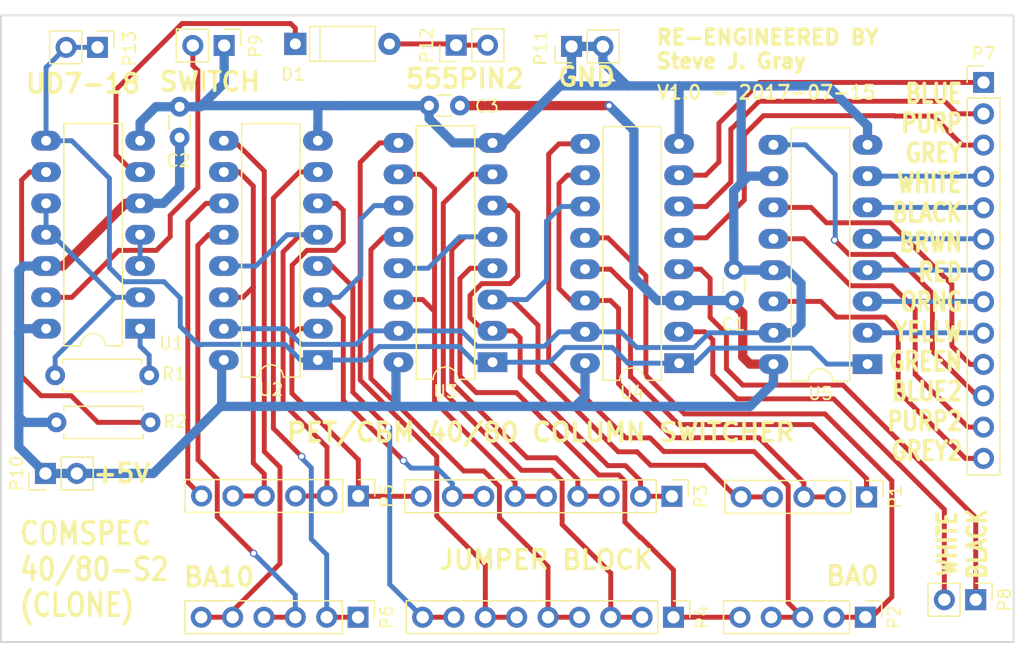
<source format=kicad_pcb>
(kicad_pcb (version 4) (host pcbnew 4.0.6)

  (general
    (links 109)
    (no_connects 1)
    (area 125.553399 58.671314 208.598667 112.835)
    (thickness 1.6)
    (drawings 18)
    (tracks 546)
    (zones 0)
    (modules 24)
    (nets 47)
  )

  (page A4)
  (layers
    (0 F.Cu signal)
    (31 B.Cu signal)
    (32 B.Adhes user)
    (33 F.Adhes user)
    (34 B.Paste user)
    (35 F.Paste user)
    (36 B.SilkS user)
    (37 F.SilkS user)
    (38 B.Mask user)
    (39 F.Mask user)
    (40 Dwgs.User user)
    (41 Cmts.User user)
    (42 Eco1.User user)
    (43 Eco2.User user)
    (44 Edge.Cuts user)
    (45 Margin user)
    (46 B.CrtYd user)
    (47 F.CrtYd user)
    (48 B.Fab user)
    (49 F.Fab user)
  )

  (setup
    (last_trace_width 0.4)
    (user_trace_width 0.3)
    (user_trace_width 0.4)
    (user_trace_width 0.5)
    (user_trace_width 0.75)
    (user_trace_width 1)
    (trace_clearance 0.2)
    (zone_clearance 0.508)
    (zone_45_only no)
    (trace_min 0.2)
    (segment_width 0.2)
    (edge_width 0.15)
    (via_size 0.6)
    (via_drill 0.4)
    (via_min_size 0.4)
    (via_min_drill 0.3)
    (uvia_size 0.3)
    (uvia_drill 0.1)
    (uvias_allowed no)
    (uvia_min_size 0.2)
    (uvia_min_drill 0.1)
    (pcb_text_width 0.3)
    (pcb_text_size 1.5 1.5)
    (mod_edge_width 0.15)
    (mod_text_size 1 1)
    (mod_text_width 0.15)
    (pad_size 1.524 1.524)
    (pad_drill 0.762)
    (pad_to_mask_clearance 0.2)
    (aux_axis_origin 0 0)
    (visible_elements 7FFEFFFF)
    (pcbplotparams
      (layerselection 0x020e0_80000001)
      (usegerberextensions false)
      (excludeedgelayer true)
      (linewidth 0.100000)
      (plotframeref false)
      (viasonmask false)
      (mode 1)
      (useauxorigin false)
      (hpglpennumber 1)
      (hpglpenspeed 20)
      (hpglpendiameter 15)
      (hpglpenoverlay 2)
      (psnegative false)
      (psa4output false)
      (plotreference true)
      (plotvalue true)
      (plotinvisibletext false)
      (padsonsilk false)
      (subtractmaskfromsilk false)
      (outputformat 1)
      (mirror false)
      (drillshape 0)
      (scaleselection 1)
      (outputdirectory gerbers/))
  )

  (net 0 "")
  (net 1 5V)
  (net 2 GND)
  (net 3 "Net-(D1-Pad1)")
  (net 4 "Net-(D1-Pad2)")
  (net 5 BB0)
  (net 6 BB1)
  (net 7 BB2)
  (net 8 BA0)
  (net 9 BA1)
  (net 10 BA2)
  (net 11 BB3)
  (net 12 BB4)
  (net 13 BB5)
  (net 14 BB6)
  (net 15 BB7)
  (net 16 BA3)
  (net 17 BA4)
  (net 18 BA5)
  (net 19 BA6)
  (net 20 BB8)
  (net 21 BB9)
  (net 22 BB10)
  (net 23 BA7)
  (net 24 BA8)
  (net 25 BA9)
  (net 26 BLUE)
  (net 27 PURPLE)
  (net 28 GREY)
  (net 29 WHITE)
  (net 30 BLACK)
  (net 31 BROWN)
  (net 32 RED)
  (net 33 ORANGE)
  (net 34 YELLOW)
  (net 35 GREEN)
  (net 36 BLUE2)
  (net 37 PURPLE2)
  (net 38 GREY2)
  (net 39 BLACK2)
  (net 40 WHITE2)
  (net 41 "Net-(P9-Pad2)")
  (net 42 SEL)
  (net 43 "Net-(R1-Pad1)")
  (net 44 "Net-(R1-Pad2)")
  (net 45 "Net-(R2-Pad1)")
  (net 46 "Net-(U1-Pad3)")

  (net_class Default "This is the default net class."
    (clearance 0.2)
    (trace_width 0.25)
    (via_dia 0.6)
    (via_drill 0.4)
    (uvia_dia 0.3)
    (uvia_drill 0.1)
    (add_net 5V)
    (add_net BA0)
    (add_net BA1)
    (add_net BA2)
    (add_net BA3)
    (add_net BA4)
    (add_net BA5)
    (add_net BA6)
    (add_net BA7)
    (add_net BA8)
    (add_net BA9)
    (add_net BB0)
    (add_net BB1)
    (add_net BB10)
    (add_net BB2)
    (add_net BB3)
    (add_net BB4)
    (add_net BB5)
    (add_net BB6)
    (add_net BB7)
    (add_net BB8)
    (add_net BB9)
    (add_net BLACK)
    (add_net BLACK2)
    (add_net BLUE)
    (add_net BLUE2)
    (add_net BROWN)
    (add_net GND)
    (add_net GREEN)
    (add_net GREY)
    (add_net GREY2)
    (add_net "Net-(D1-Pad1)")
    (add_net "Net-(D1-Pad2)")
    (add_net "Net-(P9-Pad2)")
    (add_net "Net-(R1-Pad1)")
    (add_net "Net-(R1-Pad2)")
    (add_net "Net-(R2-Pad1)")
    (add_net "Net-(U1-Pad3)")
    (add_net ORANGE)
    (add_net PURPLE)
    (add_net PURPLE2)
    (add_net RED)
    (add_net SEL)
    (add_net WHITE)
    (add_net WHITE2)
    (add_net YELLOW)
  )

  (module Capacitors_ThroughHole:C_Disc_D3.0mm_W1.6mm_P2.50mm (layer F.Cu) (tedit 5969FEA9) (tstamp 59681AC5)
    (at 185.0136 83.1088 90)
    (descr "C, Disc series, Radial, pin pitch=2.50mm, , diameter*width=3.0*1.6mm^2, Capacitor, http://www.vishay.com/docs/45233/krseries.pdf")
    (tags "C Disc series Radial pin pitch 2.50mm  diameter 3.0mm width 1.6mm Capacitor")
    (path /5969550B)
    (fp_text reference C1 (at -1.9304 -0.0508 180) (layer F.SilkS)
      (effects (font (size 1 1) (thickness 0.15)))
    )
    (fp_text value C_Small (at 1.25 1.86 90) (layer F.Fab)
      (effects (font (size 1 1) (thickness 0.15)))
    )
    (fp_text user %R (at 1.25 0 90) (layer F.Fab)
      (effects (font (size 0.7 0.7) (thickness 0.105)))
    )
    (fp_line (start -0.25 -0.8) (end -0.25 0.8) (layer F.Fab) (width 0.1))
    (fp_line (start -0.25 0.8) (end 2.75 0.8) (layer F.Fab) (width 0.1))
    (fp_line (start 2.75 0.8) (end 2.75 -0.8) (layer F.Fab) (width 0.1))
    (fp_line (start 2.75 -0.8) (end -0.25 -0.8) (layer F.Fab) (width 0.1))
    (fp_line (start 0.663 -0.861) (end 1.837 -0.861) (layer F.SilkS) (width 0.12))
    (fp_line (start 0.663 0.861) (end 1.837 0.861) (layer F.SilkS) (width 0.12))
    (fp_line (start -1.05 -1.15) (end -1.05 1.15) (layer F.CrtYd) (width 0.05))
    (fp_line (start -1.05 1.15) (end 3.55 1.15) (layer F.CrtYd) (width 0.05))
    (fp_line (start 3.55 1.15) (end 3.55 -1.15) (layer F.CrtYd) (width 0.05))
    (fp_line (start 3.55 -1.15) (end -1.05 -1.15) (layer F.CrtYd) (width 0.05))
    (pad 1 thru_hole circle (at 0 0 90) (size 1.6 1.6) (drill 0.8) (layers *.Cu *.Mask)
      (net 1 5V))
    (pad 2 thru_hole circle (at 2.5 0 90) (size 1.6 1.6) (drill 0.8) (layers *.Cu *.Mask)
      (net 2 GND))
    (model ${KISYS3DMOD}/Capacitors_THT.3dshapes/C_Disc_D3.0mm_W1.6mm_P2.50mm.wrl
      (at (xyz 0 0 0))
      (scale (xyz 0.393701 0.393701 0.393701))
      (rotate (xyz 0 0 0))
    )
  )

  (module Capacitors_ThroughHole:C_Disc_D3.0mm_W1.6mm_P2.50mm (layer F.Cu) (tedit 5969FEC4) (tstamp 59681ACB)
    (at 140.1064 69.9008 90)
    (descr "C, Disc series, Radial, pin pitch=2.50mm, , diameter*width=3.0*1.6mm^2, Capacitor, http://www.vishay.com/docs/45233/krseries.pdf")
    (tags "C Disc series Radial pin pitch 2.50mm  diameter 3.0mm width 1.6mm Capacitor")
    (path /5969580A)
    (fp_text reference C2 (at -1.8796 -0.1016 180) (layer F.SilkS)
      (effects (font (size 1 1) (thickness 0.15)))
    )
    (fp_text value C_Small (at 1.25 1.86 90) (layer F.Fab)
      (effects (font (size 1 1) (thickness 0.15)))
    )
    (fp_text user %R (at 1.25 0 90) (layer F.Fab)
      (effects (font (size 0.7 0.7) (thickness 0.105)))
    )
    (fp_line (start -0.25 -0.8) (end -0.25 0.8) (layer F.Fab) (width 0.1))
    (fp_line (start -0.25 0.8) (end 2.75 0.8) (layer F.Fab) (width 0.1))
    (fp_line (start 2.75 0.8) (end 2.75 -0.8) (layer F.Fab) (width 0.1))
    (fp_line (start 2.75 -0.8) (end -0.25 -0.8) (layer F.Fab) (width 0.1))
    (fp_line (start 0.663 -0.861) (end 1.837 -0.861) (layer F.SilkS) (width 0.12))
    (fp_line (start 0.663 0.861) (end 1.837 0.861) (layer F.SilkS) (width 0.12))
    (fp_line (start -1.05 -1.15) (end -1.05 1.15) (layer F.CrtYd) (width 0.05))
    (fp_line (start -1.05 1.15) (end 3.55 1.15) (layer F.CrtYd) (width 0.05))
    (fp_line (start 3.55 1.15) (end 3.55 -1.15) (layer F.CrtYd) (width 0.05))
    (fp_line (start 3.55 -1.15) (end -1.05 -1.15) (layer F.CrtYd) (width 0.05))
    (pad 1 thru_hole circle (at 0 0 90) (size 1.6 1.6) (drill 0.8) (layers *.Cu *.Mask)
      (net 1 5V))
    (pad 2 thru_hole circle (at 2.5 0 90) (size 1.6 1.6) (drill 0.8) (layers *.Cu *.Mask)
      (net 2 GND))
    (model ${KISYS3DMOD}/Capacitors_THT.3dshapes/C_Disc_D3.0mm_W1.6mm_P2.50mm.wrl
      (at (xyz 0 0 0))
      (scale (xyz 0.393701 0.393701 0.393701))
      (rotate (xyz 0 0 0))
    )
  )

  (module Capacitors_ThroughHole:C_Disc_D3.0mm_W1.6mm_P2.50mm (layer F.Cu) (tedit 5969FF32) (tstamp 59681AD1)
    (at 162.814 67.31 180)
    (descr "C, Disc series, Radial, pin pitch=2.50mm, , diameter*width=3.0*1.6mm^2, Capacitor, http://www.vishay.com/docs/45233/krseries.pdf")
    (tags "C Disc series Radial pin pitch 2.50mm  diameter 3.0mm width 1.6mm Capacitor")
    (path /5969587E)
    (fp_text reference C3 (at -2.1844 -0.0508 180) (layer F.SilkS)
      (effects (font (size 1 1) (thickness 0.15)))
    )
    (fp_text value C_Small (at 1.25 1.86 180) (layer F.Fab)
      (effects (font (size 1 1) (thickness 0.15)))
    )
    (fp_text user %R (at 1.25 0 180) (layer F.Fab)
      (effects (font (size 0.7 0.7) (thickness 0.105)))
    )
    (fp_line (start -0.25 -0.8) (end -0.25 0.8) (layer F.Fab) (width 0.1))
    (fp_line (start -0.25 0.8) (end 2.75 0.8) (layer F.Fab) (width 0.1))
    (fp_line (start 2.75 0.8) (end 2.75 -0.8) (layer F.Fab) (width 0.1))
    (fp_line (start 2.75 -0.8) (end -0.25 -0.8) (layer F.Fab) (width 0.1))
    (fp_line (start 0.663 -0.861) (end 1.837 -0.861) (layer F.SilkS) (width 0.12))
    (fp_line (start 0.663 0.861) (end 1.837 0.861) (layer F.SilkS) (width 0.12))
    (fp_line (start -1.05 -1.15) (end -1.05 1.15) (layer F.CrtYd) (width 0.05))
    (fp_line (start -1.05 1.15) (end 3.55 1.15) (layer F.CrtYd) (width 0.05))
    (fp_line (start 3.55 1.15) (end 3.55 -1.15) (layer F.CrtYd) (width 0.05))
    (fp_line (start 3.55 -1.15) (end -1.05 -1.15) (layer F.CrtYd) (width 0.05))
    (pad 1 thru_hole circle (at 0 0 180) (size 1.6 1.6) (drill 0.8) (layers *.Cu *.Mask)
      (net 1 5V))
    (pad 2 thru_hole circle (at 2.5 0 180) (size 1.6 1.6) (drill 0.8) (layers *.Cu *.Mask)
      (net 2 GND))
    (model ${KISYS3DMOD}/Capacitors_THT.3dshapes/C_Disc_D3.0mm_W1.6mm_P2.50mm.wrl
      (at (xyz 0 0 0))
      (scale (xyz 0.393701 0.393701 0.393701))
      (rotate (xyz 0 0 0))
    )
  )

  (module Diodes_ThroughHole:D_A-405_P7.62mm_Horizontal (layer F.Cu) (tedit 59692E51) (tstamp 59681AD7)
    (at 149.479 62.3062)
    (descr "D, A-405 series, Axial, Horizontal, pin pitch=7.62mm, , length*diameter=5.2*2.7mm^2, , http://www.diodes.com/_files/packages/A-405.pdf")
    (tags "D A-405 series Axial Horizontal pin pitch 7.62mm  length 5.2mm diameter 2.7mm")
    (path /5966C95D)
    (fp_text reference D1 (at -0.1778 2.4638) (layer F.SilkS)
      (effects (font (size 1 1) (thickness 0.15)))
    )
    (fp_text value D_Small (at 3.81 2.41) (layer F.Fab)
      (effects (font (size 1 1) (thickness 0.15)))
    )
    (fp_text user %R (at 3.81 0) (layer F.Fab)
      (effects (font (size 1 1) (thickness 0.15)))
    )
    (fp_line (start 1.21 -1.35) (end 1.21 1.35) (layer F.Fab) (width 0.1))
    (fp_line (start 1.21 1.35) (end 6.41 1.35) (layer F.Fab) (width 0.1))
    (fp_line (start 6.41 1.35) (end 6.41 -1.35) (layer F.Fab) (width 0.1))
    (fp_line (start 6.41 -1.35) (end 1.21 -1.35) (layer F.Fab) (width 0.1))
    (fp_line (start 0 0) (end 1.21 0) (layer F.Fab) (width 0.1))
    (fp_line (start 7.62 0) (end 6.41 0) (layer F.Fab) (width 0.1))
    (fp_line (start 1.99 -1.35) (end 1.99 1.35) (layer F.Fab) (width 0.1))
    (fp_line (start 1.15 -1.41) (end 1.15 1.41) (layer F.SilkS) (width 0.12))
    (fp_line (start 1.15 1.41) (end 6.47 1.41) (layer F.SilkS) (width 0.12))
    (fp_line (start 6.47 1.41) (end 6.47 -1.41) (layer F.SilkS) (width 0.12))
    (fp_line (start 6.47 -1.41) (end 1.15 -1.41) (layer F.SilkS) (width 0.12))
    (fp_line (start 1.08 0) (end 1.15 0) (layer F.SilkS) (width 0.12))
    (fp_line (start 6.54 0) (end 6.47 0) (layer F.SilkS) (width 0.12))
    (fp_line (start 1.99 -1.41) (end 1.99 1.41) (layer F.SilkS) (width 0.12))
    (fp_line (start -1.15 -1.7) (end -1.15 1.7) (layer F.CrtYd) (width 0.05))
    (fp_line (start -1.15 1.7) (end 8.8 1.7) (layer F.CrtYd) (width 0.05))
    (fp_line (start 8.8 1.7) (end 8.8 -1.7) (layer F.CrtYd) (width 0.05))
    (fp_line (start 8.8 -1.7) (end -1.15 -1.7) (layer F.CrtYd) (width 0.05))
    (pad 1 thru_hole rect (at 0 0) (size 1.8 1.8) (drill 0.9) (layers *.Cu *.Mask)
      (net 3 "Net-(D1-Pad1)"))
    (pad 2 thru_hole oval (at 7.62 0) (size 1.8 1.8) (drill 0.9) (layers *.Cu *.Mask)
      (net 4 "Net-(D1-Pad2)"))
    (model ${KISYS3DMOD}/Diodes_THT.3dshapes/D_A-405_P7.62mm_Horizontal.wrl
      (at (xyz 0 0 0))
      (scale (xyz 0.393701 0.393701 0.393701))
      (rotate (xyz 0 0 0))
    )
  )

  (module Pin_Headers:Pin_Header_Straight_1x05_Pitch2.54mm (layer F.Cu) (tedit 59692BF1) (tstamp 59681AE0)
    (at 195.7578 99.0346 270)
    (descr "Through hole straight pin header, 1x05, 2.54mm pitch, single row")
    (tags "Through hole pin header THT 1x05 2.54mm single row")
    (path /5967B340)
    (fp_text reference P1 (at 0 -2.33 270) (layer F.SilkS)
      (effects (font (size 1 1) (thickness 0.15)))
    )
    (fp_text value BLOCK1A (at 2.8448 1.397 360) (layer F.Fab)
      (effects (font (size 1 1) (thickness 0.15)))
    )
    (fp_line (start -0.635 -1.27) (end 1.27 -1.27) (layer F.Fab) (width 0.1))
    (fp_line (start 1.27 -1.27) (end 1.27 11.43) (layer F.Fab) (width 0.1))
    (fp_line (start 1.27 11.43) (end -1.27 11.43) (layer F.Fab) (width 0.1))
    (fp_line (start -1.27 11.43) (end -1.27 -0.635) (layer F.Fab) (width 0.1))
    (fp_line (start -1.27 -0.635) (end -0.635 -1.27) (layer F.Fab) (width 0.1))
    (fp_line (start -1.33 11.49) (end 1.33 11.49) (layer F.SilkS) (width 0.12))
    (fp_line (start -1.33 1.27) (end -1.33 11.49) (layer F.SilkS) (width 0.12))
    (fp_line (start 1.33 1.27) (end 1.33 11.49) (layer F.SilkS) (width 0.12))
    (fp_line (start -1.33 1.27) (end 1.33 1.27) (layer F.SilkS) (width 0.12))
    (fp_line (start -1.33 0) (end -1.33 -1.33) (layer F.SilkS) (width 0.12))
    (fp_line (start -1.33 -1.33) (end 0 -1.33) (layer F.SilkS) (width 0.12))
    (fp_line (start -1.8 -1.8) (end -1.8 11.95) (layer F.CrtYd) (width 0.05))
    (fp_line (start -1.8 11.95) (end 1.8 11.95) (layer F.CrtYd) (width 0.05))
    (fp_line (start 1.8 11.95) (end 1.8 -1.8) (layer F.CrtYd) (width 0.05))
    (fp_line (start 1.8 -1.8) (end -1.8 -1.8) (layer F.CrtYd) (width 0.05))
    (fp_text user %R (at 0 5.08 360) (layer F.Fab)
      (effects (font (size 1 1) (thickness 0.15)))
    )
    (pad 1 thru_hole rect (at 0 0 270) (size 1.7 1.7) (drill 1) (layers *.Cu *.Mask)
      (net 5 BB0))
    (pad 2 thru_hole oval (at 0 2.54 270) (size 1.7 1.7) (drill 1) (layers *.Cu *.Mask)
      (net 6 BB1))
    (pad 3 thru_hole oval (at 0 5.08 270) (size 1.7 1.7) (drill 1) (layers *.Cu *.Mask)
      (net 6 BB1))
    (pad 4 thru_hole oval (at 0 7.62 270) (size 1.7 1.7) (drill 1) (layers *.Cu *.Mask)
      (net 7 BB2))
    (pad 5 thru_hole oval (at 0 10.16 270) (size 1.7 1.7) (drill 1) (layers *.Cu *.Mask)
      (net 7 BB2))
    (model ${KISYS3DMOD}/Pin_Headers.3dshapes/Pin_Header_Straight_1x05_Pitch2.54mm.wrl
      (at (xyz 0 0 0))
      (scale (xyz 1 1 1))
      (rotate (xyz 0 0 0))
    )
  )

  (module Pin_Headers:Pin_Header_Straight_1x05_Pitch2.54mm (layer F.Cu) (tedit 59692BE8) (tstamp 59681AE9)
    (at 195.6562 108.7882 270)
    (descr "Through hole straight pin header, 1x05, 2.54mm pitch, single row")
    (tags "Through hole pin header THT 1x05 2.54mm single row")
    (path /5967B3A4)
    (fp_text reference P2 (at 0 -2.33 270) (layer F.SilkS)
      (effects (font (size 1 1) (thickness 0.15)))
    )
    (fp_text value BLOCK1B (at 2.6416 1.3716 360) (layer F.Fab)
      (effects (font (size 1 1) (thickness 0.15)))
    )
    (fp_line (start -0.635 -1.27) (end 1.27 -1.27) (layer F.Fab) (width 0.1))
    (fp_line (start 1.27 -1.27) (end 1.27 11.43) (layer F.Fab) (width 0.1))
    (fp_line (start 1.27 11.43) (end -1.27 11.43) (layer F.Fab) (width 0.1))
    (fp_line (start -1.27 11.43) (end -1.27 -0.635) (layer F.Fab) (width 0.1))
    (fp_line (start -1.27 -0.635) (end -0.635 -1.27) (layer F.Fab) (width 0.1))
    (fp_line (start -1.33 11.49) (end 1.33 11.49) (layer F.SilkS) (width 0.12))
    (fp_line (start -1.33 1.27) (end -1.33 11.49) (layer F.SilkS) (width 0.12))
    (fp_line (start 1.33 1.27) (end 1.33 11.49) (layer F.SilkS) (width 0.12))
    (fp_line (start -1.33 1.27) (end 1.33 1.27) (layer F.SilkS) (width 0.12))
    (fp_line (start -1.33 0) (end -1.33 -1.33) (layer F.SilkS) (width 0.12))
    (fp_line (start -1.33 -1.33) (end 0 -1.33) (layer F.SilkS) (width 0.12))
    (fp_line (start -1.8 -1.8) (end -1.8 11.95) (layer F.CrtYd) (width 0.05))
    (fp_line (start -1.8 11.95) (end 1.8 11.95) (layer F.CrtYd) (width 0.05))
    (fp_line (start 1.8 11.95) (end 1.8 -1.8) (layer F.CrtYd) (width 0.05))
    (fp_line (start 1.8 -1.8) (end -1.8 -1.8) (layer F.CrtYd) (width 0.05))
    (fp_text user %R (at 0 5.08 360) (layer F.Fab)
      (effects (font (size 1 1) (thickness 0.15)))
    )
    (pad 1 thru_hole rect (at 0 0 270) (size 1.7 1.7) (drill 1) (layers *.Cu *.Mask)
      (net 8 BA0))
    (pad 2 thru_hole oval (at 0 2.54 270) (size 1.7 1.7) (drill 1) (layers *.Cu *.Mask)
      (net 8 BA0))
    (pad 3 thru_hole oval (at 0 5.08 270) (size 1.7 1.7) (drill 1) (layers *.Cu *.Mask)
      (net 9 BA1))
    (pad 4 thru_hole oval (at 0 7.62 270) (size 1.7 1.7) (drill 1) (layers *.Cu *.Mask)
      (net 9 BA1))
    (pad 5 thru_hole oval (at 0 10.16 270) (size 1.7 1.7) (drill 1) (layers *.Cu *.Mask)
      (net 10 BA2))
    (model ${KISYS3DMOD}/Pin_Headers.3dshapes/Pin_Header_Straight_1x05_Pitch2.54mm.wrl
      (at (xyz 0 0 0))
      (scale (xyz 1 1 1))
      (rotate (xyz 0 0 0))
    )
  )

  (module Pin_Headers:Pin_Header_Straight_1x09_Pitch2.54mm (layer F.Cu) (tedit 59692C19) (tstamp 59681AF6)
    (at 179.9844 98.9838 270)
    (descr "Through hole straight pin header, 1x09, 2.54mm pitch, single row")
    (tags "Through hole pin header THT 1x09 2.54mm single row")
    (path /5967B4C6)
    (fp_text reference P3 (at 0 -2.33 270) (layer F.SilkS)
      (effects (font (size 1 1) (thickness 0.15)))
    )
    (fp_text value BLOCK2A (at 2.7686 1.4986 360) (layer F.Fab)
      (effects (font (size 1 1) (thickness 0.15)))
    )
    (fp_line (start -0.635 -1.27) (end 1.27 -1.27) (layer F.Fab) (width 0.1))
    (fp_line (start 1.27 -1.27) (end 1.27 21.59) (layer F.Fab) (width 0.1))
    (fp_line (start 1.27 21.59) (end -1.27 21.59) (layer F.Fab) (width 0.1))
    (fp_line (start -1.27 21.59) (end -1.27 -0.635) (layer F.Fab) (width 0.1))
    (fp_line (start -1.27 -0.635) (end -0.635 -1.27) (layer F.Fab) (width 0.1))
    (fp_line (start -1.33 21.65) (end 1.33 21.65) (layer F.SilkS) (width 0.12))
    (fp_line (start -1.33 1.27) (end -1.33 21.65) (layer F.SilkS) (width 0.12))
    (fp_line (start 1.33 1.27) (end 1.33 21.65) (layer F.SilkS) (width 0.12))
    (fp_line (start -1.33 1.27) (end 1.33 1.27) (layer F.SilkS) (width 0.12))
    (fp_line (start -1.33 0) (end -1.33 -1.33) (layer F.SilkS) (width 0.12))
    (fp_line (start -1.33 -1.33) (end 0 -1.33) (layer F.SilkS) (width 0.12))
    (fp_line (start -1.8 -1.8) (end -1.8 22.1) (layer F.CrtYd) (width 0.05))
    (fp_line (start -1.8 22.1) (end 1.8 22.1) (layer F.CrtYd) (width 0.05))
    (fp_line (start 1.8 22.1) (end 1.8 -1.8) (layer F.CrtYd) (width 0.05))
    (fp_line (start 1.8 -1.8) (end -1.8 -1.8) (layer F.CrtYd) (width 0.05))
    (fp_text user %R (at 0 10.16 360) (layer F.Fab)
      (effects (font (size 1 1) (thickness 0.15)))
    )
    (pad 1 thru_hole rect (at 0 0 270) (size 1.7 1.7) (drill 1) (layers *.Cu *.Mask)
      (net 11 BB3))
    (pad 2 thru_hole oval (at 0 2.54 270) (size 1.7 1.7) (drill 1) (layers *.Cu *.Mask)
      (net 11 BB3))
    (pad 3 thru_hole oval (at 0 5.08 270) (size 1.7 1.7) (drill 1) (layers *.Cu *.Mask)
      (net 12 BB4))
    (pad 4 thru_hole oval (at 0 7.62 270) (size 1.7 1.7) (drill 1) (layers *.Cu *.Mask)
      (net 12 BB4))
    (pad 5 thru_hole oval (at 0 10.16 270) (size 1.7 1.7) (drill 1) (layers *.Cu *.Mask)
      (net 13 BB5))
    (pad 6 thru_hole oval (at 0 12.7 270) (size 1.7 1.7) (drill 1) (layers *.Cu *.Mask)
      (net 13 BB5))
    (pad 7 thru_hole oval (at 0 15.24 270) (size 1.7 1.7) (drill 1) (layers *.Cu *.Mask)
      (net 14 BB6))
    (pad 8 thru_hole oval (at 0 17.78 270) (size 1.7 1.7) (drill 1) (layers *.Cu *.Mask)
      (net 14 BB6))
    (pad 9 thru_hole oval (at 0 20.32 270) (size 1.7 1.7) (drill 1) (layers *.Cu *.Mask)
      (net 15 BB7))
    (model ${KISYS3DMOD}/Pin_Headers.3dshapes/Pin_Header_Straight_1x09_Pitch2.54mm.wrl
      (at (xyz 0 0 0))
      (scale (xyz 1 1 1))
      (rotate (xyz 0 0 0))
    )
  )

  (module Pin_Headers:Pin_Header_Straight_1x09_Pitch2.54mm (layer F.Cu) (tedit 59692BF9) (tstamp 59681B03)
    (at 180.1114 108.7882 270)
    (descr "Through hole straight pin header, 1x09, 2.54mm pitch, single row")
    (tags "Through hole pin header THT 1x09 2.54mm single row")
    (path /5967B526)
    (fp_text reference P4 (at 0 -2.33 270) (layer F.SilkS)
      (effects (font (size 1 1) (thickness 0.15)))
    )
    (fp_text value BLOCK2B (at 2.794 1.4224 360) (layer F.Fab)
      (effects (font (size 1 1) (thickness 0.15)))
    )
    (fp_line (start -0.635 -1.27) (end 1.27 -1.27) (layer F.Fab) (width 0.1))
    (fp_line (start 1.27 -1.27) (end 1.27 21.59) (layer F.Fab) (width 0.1))
    (fp_line (start 1.27 21.59) (end -1.27 21.59) (layer F.Fab) (width 0.1))
    (fp_line (start -1.27 21.59) (end -1.27 -0.635) (layer F.Fab) (width 0.1))
    (fp_line (start -1.27 -0.635) (end -0.635 -1.27) (layer F.Fab) (width 0.1))
    (fp_line (start -1.33 21.65) (end 1.33 21.65) (layer F.SilkS) (width 0.12))
    (fp_line (start -1.33 1.27) (end -1.33 21.65) (layer F.SilkS) (width 0.12))
    (fp_line (start 1.33 1.27) (end 1.33 21.65) (layer F.SilkS) (width 0.12))
    (fp_line (start -1.33 1.27) (end 1.33 1.27) (layer F.SilkS) (width 0.12))
    (fp_line (start -1.33 0) (end -1.33 -1.33) (layer F.SilkS) (width 0.12))
    (fp_line (start -1.33 -1.33) (end 0 -1.33) (layer F.SilkS) (width 0.12))
    (fp_line (start -1.8 -1.8) (end -1.8 22.1) (layer F.CrtYd) (width 0.05))
    (fp_line (start -1.8 22.1) (end 1.8 22.1) (layer F.CrtYd) (width 0.05))
    (fp_line (start 1.8 22.1) (end 1.8 -1.8) (layer F.CrtYd) (width 0.05))
    (fp_line (start 1.8 -1.8) (end -1.8 -1.8) (layer F.CrtYd) (width 0.05))
    (fp_text user %R (at 0 10.16 360) (layer F.Fab)
      (effects (font (size 1 1) (thickness 0.15)))
    )
    (pad 1 thru_hole rect (at 0 0 270) (size 1.7 1.7) (drill 1) (layers *.Cu *.Mask)
      (net 10 BA2))
    (pad 2 thru_hole oval (at 0 2.54 270) (size 1.7 1.7) (drill 1) (layers *.Cu *.Mask)
      (net 16 BA3))
    (pad 3 thru_hole oval (at 0 5.08 270) (size 1.7 1.7) (drill 1) (layers *.Cu *.Mask)
      (net 16 BA3))
    (pad 4 thru_hole oval (at 0 7.62 270) (size 1.7 1.7) (drill 1) (layers *.Cu *.Mask)
      (net 17 BA4))
    (pad 5 thru_hole oval (at 0 10.16 270) (size 1.7 1.7) (drill 1) (layers *.Cu *.Mask)
      (net 17 BA4))
    (pad 6 thru_hole oval (at 0 12.7 270) (size 1.7 1.7) (drill 1) (layers *.Cu *.Mask)
      (net 18 BA5))
    (pad 7 thru_hole oval (at 0 15.24 270) (size 1.7 1.7) (drill 1) (layers *.Cu *.Mask)
      (net 18 BA5))
    (pad 8 thru_hole oval (at 0 17.78 270) (size 1.7 1.7) (drill 1) (layers *.Cu *.Mask)
      (net 19 BA6))
    (pad 9 thru_hole oval (at 0 20.32 270) (size 1.7 1.7) (drill 1) (layers *.Cu *.Mask)
      (net 19 BA6))
    (model ${KISYS3DMOD}/Pin_Headers.3dshapes/Pin_Header_Straight_1x09_Pitch2.54mm.wrl
      (at (xyz 0 0 0))
      (scale (xyz 1 1 1))
      (rotate (xyz 0 0 0))
    )
  )

  (module Pin_Headers:Pin_Header_Straight_1x06_Pitch2.54mm (layer F.Cu) (tedit 59692C0F) (tstamp 59681B0D)
    (at 154.5844 98.9584 270)
    (descr "Through hole straight pin header, 1x06, 2.54mm pitch, single row")
    (tags "Through hole pin header THT 1x06 2.54mm single row")
    (path /5967B5DA)
    (fp_text reference P5 (at 0 -2.33 270) (layer F.SilkS)
      (effects (font (size 1 1) (thickness 0.15)))
    )
    (fp_text value BLOCK3A (at 2.7432 1.6002 360) (layer F.Fab)
      (effects (font (size 1 1) (thickness 0.15)))
    )
    (fp_line (start -0.635 -1.27) (end 1.27 -1.27) (layer F.Fab) (width 0.1))
    (fp_line (start 1.27 -1.27) (end 1.27 13.97) (layer F.Fab) (width 0.1))
    (fp_line (start 1.27 13.97) (end -1.27 13.97) (layer F.Fab) (width 0.1))
    (fp_line (start -1.27 13.97) (end -1.27 -0.635) (layer F.Fab) (width 0.1))
    (fp_line (start -1.27 -0.635) (end -0.635 -1.27) (layer F.Fab) (width 0.1))
    (fp_line (start -1.33 14.03) (end 1.33 14.03) (layer F.SilkS) (width 0.12))
    (fp_line (start -1.33 1.27) (end -1.33 14.03) (layer F.SilkS) (width 0.12))
    (fp_line (start 1.33 1.27) (end 1.33 14.03) (layer F.SilkS) (width 0.12))
    (fp_line (start -1.33 1.27) (end 1.33 1.27) (layer F.SilkS) (width 0.12))
    (fp_line (start -1.33 0) (end -1.33 -1.33) (layer F.SilkS) (width 0.12))
    (fp_line (start -1.33 -1.33) (end 0 -1.33) (layer F.SilkS) (width 0.12))
    (fp_line (start -1.8 -1.8) (end -1.8 14.5) (layer F.CrtYd) (width 0.05))
    (fp_line (start -1.8 14.5) (end 1.8 14.5) (layer F.CrtYd) (width 0.05))
    (fp_line (start 1.8 14.5) (end 1.8 -1.8) (layer F.CrtYd) (width 0.05))
    (fp_line (start 1.8 -1.8) (end -1.8 -1.8) (layer F.CrtYd) (width 0.05))
    (fp_text user %R (at 0 6.35 360) (layer F.Fab)
      (effects (font (size 1 1) (thickness 0.15)))
    )
    (pad 1 thru_hole rect (at 0 0 270) (size 1.7 1.7) (drill 1) (layers *.Cu *.Mask)
      (net 15 BB7))
    (pad 2 thru_hole oval (at 0 2.54 270) (size 1.7 1.7) (drill 1) (layers *.Cu *.Mask)
      (net 20 BB8))
    (pad 3 thru_hole oval (at 0 5.08 270) (size 1.7 1.7) (drill 1) (layers *.Cu *.Mask)
      (net 20 BB8))
    (pad 4 thru_hole oval (at 0 7.62 270) (size 1.7 1.7) (drill 1) (layers *.Cu *.Mask)
      (net 21 BB9))
    (pad 5 thru_hole oval (at 0 10.16 270) (size 1.7 1.7) (drill 1) (layers *.Cu *.Mask)
      (net 21 BB9))
    (pad 6 thru_hole oval (at 0 12.7 270) (size 1.7 1.7) (drill 1) (layers *.Cu *.Mask)
      (net 22 BB10))
    (model ${KISYS3DMOD}/Pin_Headers.3dshapes/Pin_Header_Straight_1x06_Pitch2.54mm.wrl
      (at (xyz 0 0 0))
      (scale (xyz 1 1 1))
      (rotate (xyz 0 0 0))
    )
  )

  (module Pin_Headers:Pin_Header_Straight_1x06_Pitch2.54mm (layer F.Cu) (tedit 59692C01) (tstamp 59681B17)
    (at 154.559 108.7882 270)
    (descr "Through hole straight pin header, 1x06, 2.54mm pitch, single row")
    (tags "Through hole pin header THT 1x06 2.54mm single row")
    (path /5967B652)
    (fp_text reference P6 (at 0 -2.33 270) (layer F.SilkS)
      (effects (font (size 1 1) (thickness 0.15)))
    )
    (fp_text value BLOCK3B (at 2.9718 1.3716 360) (layer F.Fab)
      (effects (font (size 1 1) (thickness 0.15)))
    )
    (fp_line (start -0.635 -1.27) (end 1.27 -1.27) (layer F.Fab) (width 0.1))
    (fp_line (start 1.27 -1.27) (end 1.27 13.97) (layer F.Fab) (width 0.1))
    (fp_line (start 1.27 13.97) (end -1.27 13.97) (layer F.Fab) (width 0.1))
    (fp_line (start -1.27 13.97) (end -1.27 -0.635) (layer F.Fab) (width 0.1))
    (fp_line (start -1.27 -0.635) (end -0.635 -1.27) (layer F.Fab) (width 0.1))
    (fp_line (start -1.33 14.03) (end 1.33 14.03) (layer F.SilkS) (width 0.12))
    (fp_line (start -1.33 1.27) (end -1.33 14.03) (layer F.SilkS) (width 0.12))
    (fp_line (start 1.33 1.27) (end 1.33 14.03) (layer F.SilkS) (width 0.12))
    (fp_line (start -1.33 1.27) (end 1.33 1.27) (layer F.SilkS) (width 0.12))
    (fp_line (start -1.33 0) (end -1.33 -1.33) (layer F.SilkS) (width 0.12))
    (fp_line (start -1.33 -1.33) (end 0 -1.33) (layer F.SilkS) (width 0.12))
    (fp_line (start -1.8 -1.8) (end -1.8 14.5) (layer F.CrtYd) (width 0.05))
    (fp_line (start -1.8 14.5) (end 1.8 14.5) (layer F.CrtYd) (width 0.05))
    (fp_line (start 1.8 14.5) (end 1.8 -1.8) (layer F.CrtYd) (width 0.05))
    (fp_line (start 1.8 -1.8) (end -1.8 -1.8) (layer F.CrtYd) (width 0.05))
    (fp_text user %R (at 0 6.35 360) (layer F.Fab)
      (effects (font (size 1 1) (thickness 0.15)))
    )
    (pad 1 thru_hole rect (at 0 0 270) (size 1.7 1.7) (drill 1) (layers *.Cu *.Mask)
      (net 23 BA7))
    (pad 2 thru_hole oval (at 0 2.54 270) (size 1.7 1.7) (drill 1) (layers *.Cu *.Mask)
      (net 23 BA7))
    (pad 3 thru_hole oval (at 0 5.08 270) (size 1.7 1.7) (drill 1) (layers *.Cu *.Mask)
      (net 24 BA8))
    (pad 4 thru_hole oval (at 0 7.62 270) (size 1.7 1.7) (drill 1) (layers *.Cu *.Mask)
      (net 24 BA8))
    (pad 5 thru_hole oval (at 0 10.16 270) (size 1.7 1.7) (drill 1) (layers *.Cu *.Mask)
      (net 25 BA9))
    (pad 6 thru_hole oval (at 0 12.7 270) (size 1.7 1.7) (drill 1) (layers *.Cu *.Mask)
      (net 25 BA9))
    (model ${KISYS3DMOD}/Pin_Headers.3dshapes/Pin_Header_Straight_1x06_Pitch2.54mm.wrl
      (at (xyz 0 0 0))
      (scale (xyz 1 1 1))
      (rotate (xyz 0 0 0))
    )
  )

  (module Pin_Headers:Pin_Header_Straight_1x13_Pitch2.54mm (layer F.Cu) (tedit 59650532) (tstamp 59681B28)
    (at 205.232 65.4304)
    (descr "Through hole straight pin header, 1x13, 2.54mm pitch, single row")
    (tags "Through hole pin header THT 1x13 2.54mm single row")
    (path /5966B52D)
    (fp_text reference P7 (at 0 -2.33) (layer F.SilkS)
      (effects (font (size 1 1) (thickness 0.15)))
    )
    (fp_text value FLYOUTS (at 0 32.81) (layer F.Fab)
      (effects (font (size 1 1) (thickness 0.15)))
    )
    (fp_line (start -0.635 -1.27) (end 1.27 -1.27) (layer F.Fab) (width 0.1))
    (fp_line (start 1.27 -1.27) (end 1.27 31.75) (layer F.Fab) (width 0.1))
    (fp_line (start 1.27 31.75) (end -1.27 31.75) (layer F.Fab) (width 0.1))
    (fp_line (start -1.27 31.75) (end -1.27 -0.635) (layer F.Fab) (width 0.1))
    (fp_line (start -1.27 -0.635) (end -0.635 -1.27) (layer F.Fab) (width 0.1))
    (fp_line (start -1.33 31.81) (end 1.33 31.81) (layer F.SilkS) (width 0.12))
    (fp_line (start -1.33 1.27) (end -1.33 31.81) (layer F.SilkS) (width 0.12))
    (fp_line (start 1.33 1.27) (end 1.33 31.81) (layer F.SilkS) (width 0.12))
    (fp_line (start -1.33 1.27) (end 1.33 1.27) (layer F.SilkS) (width 0.12))
    (fp_line (start -1.33 0) (end -1.33 -1.33) (layer F.SilkS) (width 0.12))
    (fp_line (start -1.33 -1.33) (end 0 -1.33) (layer F.SilkS) (width 0.12))
    (fp_line (start -1.8 -1.8) (end -1.8 32.25) (layer F.CrtYd) (width 0.05))
    (fp_line (start -1.8 32.25) (end 1.8 32.25) (layer F.CrtYd) (width 0.05))
    (fp_line (start 1.8 32.25) (end 1.8 -1.8) (layer F.CrtYd) (width 0.05))
    (fp_line (start 1.8 -1.8) (end -1.8 -1.8) (layer F.CrtYd) (width 0.05))
    (fp_text user %R (at 0 15.24 90) (layer F.Fab)
      (effects (font (size 1 1) (thickness 0.15)))
    )
    (pad 1 thru_hole rect (at 0 0) (size 1.7 1.7) (drill 1) (layers *.Cu *.Mask)
      (net 26 BLUE))
    (pad 2 thru_hole oval (at 0 2.54) (size 1.7 1.7) (drill 1) (layers *.Cu *.Mask)
      (net 27 PURPLE))
    (pad 3 thru_hole oval (at 0 5.08) (size 1.7 1.7) (drill 1) (layers *.Cu *.Mask)
      (net 28 GREY))
    (pad 4 thru_hole oval (at 0 7.62) (size 1.7 1.7) (drill 1) (layers *.Cu *.Mask)
      (net 29 WHITE))
    (pad 5 thru_hole oval (at 0 10.16) (size 1.7 1.7) (drill 1) (layers *.Cu *.Mask)
      (net 30 BLACK))
    (pad 6 thru_hole oval (at 0 12.7) (size 1.7 1.7) (drill 1) (layers *.Cu *.Mask)
      (net 31 BROWN))
    (pad 7 thru_hole oval (at 0 15.24) (size 1.7 1.7) (drill 1) (layers *.Cu *.Mask)
      (net 32 RED))
    (pad 8 thru_hole oval (at 0 17.78) (size 1.7 1.7) (drill 1) (layers *.Cu *.Mask)
      (net 33 ORANGE))
    (pad 9 thru_hole oval (at 0 20.32) (size 1.7 1.7) (drill 1) (layers *.Cu *.Mask)
      (net 34 YELLOW))
    (pad 10 thru_hole oval (at 0 22.86) (size 1.7 1.7) (drill 1) (layers *.Cu *.Mask)
      (net 35 GREEN))
    (pad 11 thru_hole oval (at 0 25.4) (size 1.7 1.7) (drill 1) (layers *.Cu *.Mask)
      (net 36 BLUE2))
    (pad 12 thru_hole oval (at 0 27.94) (size 1.7 1.7) (drill 1) (layers *.Cu *.Mask)
      (net 37 PURPLE2))
    (pad 13 thru_hole oval (at 0 30.48) (size 1.7 1.7) (drill 1) (layers *.Cu *.Mask)
      (net 38 GREY2))
    (model ${KISYS3DMOD}/Pin_Headers.3dshapes/Pin_Header_Straight_1x13_Pitch2.54mm.wrl
      (at (xyz 0 0 0))
      (scale (xyz 1 1 1))
      (rotate (xyz 0 0 0))
    )
  )

  (module Pin_Headers:Pin_Header_Straight_1x02_Pitch2.54mm (layer F.Cu) (tedit 59692BE1) (tstamp 59681B2E)
    (at 204.597 107.3658 270)
    (descr "Through hole straight pin header, 1x02, 2.54mm pitch, single row")
    (tags "Through hole pin header THT 1x02 2.54mm single row")
    (path /5966BD5E)
    (fp_text reference P8 (at 0 -2.33 270) (layer F.SilkS)
      (effects (font (size 1 1) (thickness 0.15)))
    )
    (fp_text value FLYOUTS2 (at 2.7178 1.6764 540) (layer F.Fab)
      (effects (font (size 1 1) (thickness 0.15)))
    )
    (fp_line (start -0.635 -1.27) (end 1.27 -1.27) (layer F.Fab) (width 0.1))
    (fp_line (start 1.27 -1.27) (end 1.27 3.81) (layer F.Fab) (width 0.1))
    (fp_line (start 1.27 3.81) (end -1.27 3.81) (layer F.Fab) (width 0.1))
    (fp_line (start -1.27 3.81) (end -1.27 -0.635) (layer F.Fab) (width 0.1))
    (fp_line (start -1.27 -0.635) (end -0.635 -1.27) (layer F.Fab) (width 0.1))
    (fp_line (start -1.33 3.87) (end 1.33 3.87) (layer F.SilkS) (width 0.12))
    (fp_line (start -1.33 1.27) (end -1.33 3.87) (layer F.SilkS) (width 0.12))
    (fp_line (start 1.33 1.27) (end 1.33 3.87) (layer F.SilkS) (width 0.12))
    (fp_line (start -1.33 1.27) (end 1.33 1.27) (layer F.SilkS) (width 0.12))
    (fp_line (start -1.33 0) (end -1.33 -1.33) (layer F.SilkS) (width 0.12))
    (fp_line (start -1.33 -1.33) (end 0 -1.33) (layer F.SilkS) (width 0.12))
    (fp_line (start -1.8 -1.8) (end -1.8 4.35) (layer F.CrtYd) (width 0.05))
    (fp_line (start -1.8 4.35) (end 1.8 4.35) (layer F.CrtYd) (width 0.05))
    (fp_line (start 1.8 4.35) (end 1.8 -1.8) (layer F.CrtYd) (width 0.05))
    (fp_line (start 1.8 -1.8) (end -1.8 -1.8) (layer F.CrtYd) (width 0.05))
    (fp_text user %R (at 0 1.27 360) (layer F.Fab)
      (effects (font (size 1 1) (thickness 0.15)))
    )
    (pad 1 thru_hole rect (at 0 0 270) (size 1.7 1.7) (drill 1) (layers *.Cu *.Mask)
      (net 39 BLACK2))
    (pad 2 thru_hole oval (at 0 2.54 270) (size 1.7 1.7) (drill 1) (layers *.Cu *.Mask)
      (net 40 WHITE2))
    (model ${KISYS3DMOD}/Pin_Headers.3dshapes/Pin_Header_Straight_1x02_Pitch2.54mm.wrl
      (at (xyz 0 0 0))
      (scale (xyz 1 1 1))
      (rotate (xyz 0 0 0))
    )
  )

  (module Pin_Headers:Pin_Header_Straight_1x02_Pitch2.54mm (layer F.Cu) (tedit 5969730E) (tstamp 59681B34)
    (at 143.7132 62.4332 270)
    (descr "Through hole straight pin header, 1x02, 2.54mm pitch, single row")
    (tags "Through hole pin header THT 1x02 2.54mm single row")
    (path /5966D108)
    (fp_text reference P9 (at 0.0508 -2.54 450) (layer F.SilkS)
      (effects (font (size 1 1) (thickness 0.15)))
    )
    (fp_text value SWITCH (at 0 4.87 270) (layer F.Fab)
      (effects (font (size 1 1) (thickness 0.15)))
    )
    (fp_line (start -0.635 -1.27) (end 1.27 -1.27) (layer F.Fab) (width 0.1))
    (fp_line (start 1.27 -1.27) (end 1.27 3.81) (layer F.Fab) (width 0.1))
    (fp_line (start 1.27 3.81) (end -1.27 3.81) (layer F.Fab) (width 0.1))
    (fp_line (start -1.27 3.81) (end -1.27 -0.635) (layer F.Fab) (width 0.1))
    (fp_line (start -1.27 -0.635) (end -0.635 -1.27) (layer F.Fab) (width 0.1))
    (fp_line (start -1.33 3.87) (end 1.33 3.87) (layer F.SilkS) (width 0.12))
    (fp_line (start -1.33 1.27) (end -1.33 3.87) (layer F.SilkS) (width 0.12))
    (fp_line (start 1.33 1.27) (end 1.33 3.87) (layer F.SilkS) (width 0.12))
    (fp_line (start -1.33 1.27) (end 1.33 1.27) (layer F.SilkS) (width 0.12))
    (fp_line (start -1.33 0) (end -1.33 -1.33) (layer F.SilkS) (width 0.12))
    (fp_line (start -1.33 -1.33) (end 0 -1.33) (layer F.SilkS) (width 0.12))
    (fp_line (start -1.8 -1.8) (end -1.8 4.35) (layer F.CrtYd) (width 0.05))
    (fp_line (start -1.8 4.35) (end 1.8 4.35) (layer F.CrtYd) (width 0.05))
    (fp_line (start 1.8 4.35) (end 1.8 -1.8) (layer F.CrtYd) (width 0.05))
    (fp_line (start 1.8 -1.8) (end -1.8 -1.8) (layer F.CrtYd) (width 0.05))
    (fp_text user %R (at 0 1.27 360) (layer F.Fab)
      (effects (font (size 1 1) (thickness 0.15)))
    )
    (pad 1 thru_hole rect (at 0 0 270) (size 1.7 1.7) (drill 1) (layers *.Cu *.Mask)
      (net 2 GND))
    (pad 2 thru_hole oval (at 0 2.54 270) (size 1.7 1.7) (drill 1) (layers *.Cu *.Mask)
      (net 41 "Net-(P9-Pad2)"))
    (model ${KISYS3DMOD}/Pin_Headers.3dshapes/Pin_Header_Straight_1x02_Pitch2.54mm.wrl
      (at (xyz 0 0 0))
      (scale (xyz 1 1 1))
      (rotate (xyz 0 0 0))
    )
  )

  (module Pin_Headers:Pin_Header_Straight_1x02_Pitch2.54mm (layer F.Cu) (tedit 59650532) (tstamp 59681B3A)
    (at 129.2352 97.1296 90)
    (descr "Through hole straight pin header, 1x02, 2.54mm pitch, single row")
    (tags "Through hole pin header THT 1x02 2.54mm single row")
    (path /59676193)
    (fp_text reference P10 (at 0 -2.33 90) (layer F.SilkS)
      (effects (font (size 1 1) (thickness 0.15)))
    )
    (fp_text value VCC (at 0 4.87 90) (layer F.Fab)
      (effects (font (size 1 1) (thickness 0.15)))
    )
    (fp_line (start -0.635 -1.27) (end 1.27 -1.27) (layer F.Fab) (width 0.1))
    (fp_line (start 1.27 -1.27) (end 1.27 3.81) (layer F.Fab) (width 0.1))
    (fp_line (start 1.27 3.81) (end -1.27 3.81) (layer F.Fab) (width 0.1))
    (fp_line (start -1.27 3.81) (end -1.27 -0.635) (layer F.Fab) (width 0.1))
    (fp_line (start -1.27 -0.635) (end -0.635 -1.27) (layer F.Fab) (width 0.1))
    (fp_line (start -1.33 3.87) (end 1.33 3.87) (layer F.SilkS) (width 0.12))
    (fp_line (start -1.33 1.27) (end -1.33 3.87) (layer F.SilkS) (width 0.12))
    (fp_line (start 1.33 1.27) (end 1.33 3.87) (layer F.SilkS) (width 0.12))
    (fp_line (start -1.33 1.27) (end 1.33 1.27) (layer F.SilkS) (width 0.12))
    (fp_line (start -1.33 0) (end -1.33 -1.33) (layer F.SilkS) (width 0.12))
    (fp_line (start -1.33 -1.33) (end 0 -1.33) (layer F.SilkS) (width 0.12))
    (fp_line (start -1.8 -1.8) (end -1.8 4.35) (layer F.CrtYd) (width 0.05))
    (fp_line (start -1.8 4.35) (end 1.8 4.35) (layer F.CrtYd) (width 0.05))
    (fp_line (start 1.8 4.35) (end 1.8 -1.8) (layer F.CrtYd) (width 0.05))
    (fp_line (start 1.8 -1.8) (end -1.8 -1.8) (layer F.CrtYd) (width 0.05))
    (fp_text user %R (at 0 1.27 180) (layer F.Fab)
      (effects (font (size 1 1) (thickness 0.15)))
    )
    (pad 1 thru_hole rect (at 0 0 90) (size 1.7 1.7) (drill 1) (layers *.Cu *.Mask)
      (net 1 5V))
    (pad 2 thru_hole oval (at 0 2.54 90) (size 1.7 1.7) (drill 1) (layers *.Cu *.Mask)
      (net 1 5V))
    (model ${KISYS3DMOD}/Pin_Headers.3dshapes/Pin_Header_Straight_1x02_Pitch2.54mm.wrl
      (at (xyz 0 0 0))
      (scale (xyz 1 1 1))
      (rotate (xyz 0 0 0))
    )
  )

  (module Pin_Headers:Pin_Header_Straight_1x02_Pitch2.54mm (layer F.Cu) (tedit 59697278) (tstamp 59681B40)
    (at 171.8564 62.5094 90)
    (descr "Through hole straight pin header, 1x02, 2.54mm pitch, single row")
    (tags "Through hole pin header THT 1x02 2.54mm single row")
    (path /59676717)
    (fp_text reference P11 (at -0.127 -2.4892 270) (layer F.SilkS)
      (effects (font (size 1 1) (thickness 0.15)))
    )
    (fp_text value GROUND (at 0 4.87 90) (layer F.Fab)
      (effects (font (size 1 1) (thickness 0.15)))
    )
    (fp_line (start -0.635 -1.27) (end 1.27 -1.27) (layer F.Fab) (width 0.1))
    (fp_line (start 1.27 -1.27) (end 1.27 3.81) (layer F.Fab) (width 0.1))
    (fp_line (start 1.27 3.81) (end -1.27 3.81) (layer F.Fab) (width 0.1))
    (fp_line (start -1.27 3.81) (end -1.27 -0.635) (layer F.Fab) (width 0.1))
    (fp_line (start -1.27 -0.635) (end -0.635 -1.27) (layer F.Fab) (width 0.1))
    (fp_line (start -1.33 3.87) (end 1.33 3.87) (layer F.SilkS) (width 0.12))
    (fp_line (start -1.33 1.27) (end -1.33 3.87) (layer F.SilkS) (width 0.12))
    (fp_line (start 1.33 1.27) (end 1.33 3.87) (layer F.SilkS) (width 0.12))
    (fp_line (start -1.33 1.27) (end 1.33 1.27) (layer F.SilkS) (width 0.12))
    (fp_line (start -1.33 0) (end -1.33 -1.33) (layer F.SilkS) (width 0.12))
    (fp_line (start -1.33 -1.33) (end 0 -1.33) (layer F.SilkS) (width 0.12))
    (fp_line (start -1.8 -1.8) (end -1.8 4.35) (layer F.CrtYd) (width 0.05))
    (fp_line (start -1.8 4.35) (end 1.8 4.35) (layer F.CrtYd) (width 0.05))
    (fp_line (start 1.8 4.35) (end 1.8 -1.8) (layer F.CrtYd) (width 0.05))
    (fp_line (start 1.8 -1.8) (end -1.8 -1.8) (layer F.CrtYd) (width 0.05))
    (fp_text user %R (at 0 1.27 180) (layer F.Fab)
      (effects (font (size 1 1) (thickness 0.15)))
    )
    (pad 1 thru_hole rect (at 0 0 90) (size 1.7 1.7) (drill 1) (layers *.Cu *.Mask)
      (net 2 GND))
    (pad 2 thru_hole oval (at 0 2.54 90) (size 1.7 1.7) (drill 1) (layers *.Cu *.Mask)
      (net 2 GND))
    (model ${KISYS3DMOD}/Pin_Headers.3dshapes/Pin_Header_Straight_1x02_Pitch2.54mm.wrl
      (at (xyz 0 0 0))
      (scale (xyz 1 1 1))
      (rotate (xyz 0 0 0))
    )
  )

  (module Pin_Headers:Pin_Header_Straight_1x02_Pitch2.54mm (layer F.Cu) (tedit 5969727E) (tstamp 59681B46)
    (at 162.5092 62.4078 90)
    (descr "Through hole straight pin header, 1x02, 2.54mm pitch, single row")
    (tags "Through hole pin header THT 1x02 2.54mm single row")
    (path /5966C9DA)
    (fp_text reference P12 (at -0.0254 -2.3876 270) (layer F.SilkS)
      (effects (font (size 1 1) (thickness 0.15)))
    )
    (fp_text value 555PIN2 (at 0 4.87 90) (layer F.Fab)
      (effects (font (size 1 1) (thickness 0.15)))
    )
    (fp_line (start -0.635 -1.27) (end 1.27 -1.27) (layer F.Fab) (width 0.1))
    (fp_line (start 1.27 -1.27) (end 1.27 3.81) (layer F.Fab) (width 0.1))
    (fp_line (start 1.27 3.81) (end -1.27 3.81) (layer F.Fab) (width 0.1))
    (fp_line (start -1.27 3.81) (end -1.27 -0.635) (layer F.Fab) (width 0.1))
    (fp_line (start -1.27 -0.635) (end -0.635 -1.27) (layer F.Fab) (width 0.1))
    (fp_line (start -1.33 3.87) (end 1.33 3.87) (layer F.SilkS) (width 0.12))
    (fp_line (start -1.33 1.27) (end -1.33 3.87) (layer F.SilkS) (width 0.12))
    (fp_line (start 1.33 1.27) (end 1.33 3.87) (layer F.SilkS) (width 0.12))
    (fp_line (start -1.33 1.27) (end 1.33 1.27) (layer F.SilkS) (width 0.12))
    (fp_line (start -1.33 0) (end -1.33 -1.33) (layer F.SilkS) (width 0.12))
    (fp_line (start -1.33 -1.33) (end 0 -1.33) (layer F.SilkS) (width 0.12))
    (fp_line (start -1.8 -1.8) (end -1.8 4.35) (layer F.CrtYd) (width 0.05))
    (fp_line (start -1.8 4.35) (end 1.8 4.35) (layer F.CrtYd) (width 0.05))
    (fp_line (start 1.8 4.35) (end 1.8 -1.8) (layer F.CrtYd) (width 0.05))
    (fp_line (start 1.8 -1.8) (end -1.8 -1.8) (layer F.CrtYd) (width 0.05))
    (fp_text user %R (at 0 1.27 180) (layer F.Fab)
      (effects (font (size 1 1) (thickness 0.15)))
    )
    (pad 1 thru_hole rect (at 0 0 90) (size 1.7 1.7) (drill 1) (layers *.Cu *.Mask)
      (net 4 "Net-(D1-Pad2)"))
    (pad 2 thru_hole oval (at 0 2.54 90) (size 1.7 1.7) (drill 1) (layers *.Cu *.Mask)
      (net 4 "Net-(D1-Pad2)"))
    (model ${KISYS3DMOD}/Pin_Headers.3dshapes/Pin_Header_Straight_1x02_Pitch2.54mm.wrl
      (at (xyz 0 0 0))
      (scale (xyz 1 1 1))
      (rotate (xyz 0 0 0))
    )
  )

  (module Pin_Headers:Pin_Header_Straight_1x02_Pitch2.54mm (layer F.Cu) (tedit 5969728D) (tstamp 59681B4C)
    (at 133.4516 62.5856 270)
    (descr "Through hole straight pin header, 1x02, 2.54mm pitch, single row")
    (tags "Through hole pin header THT 1x02 2.54mm single row")
    (path /5966E27C)
    (fp_text reference P13 (at 0.1016 -2.5908 450) (layer F.SilkS)
      (effects (font (size 1 1) (thickness 0.15)))
    )
    (fp_text value UD7PIN18 (at 0 4.87 270) (layer F.Fab)
      (effects (font (size 1 1) (thickness 0.15)))
    )
    (fp_line (start -0.635 -1.27) (end 1.27 -1.27) (layer F.Fab) (width 0.1))
    (fp_line (start 1.27 -1.27) (end 1.27 3.81) (layer F.Fab) (width 0.1))
    (fp_line (start 1.27 3.81) (end -1.27 3.81) (layer F.Fab) (width 0.1))
    (fp_line (start -1.27 3.81) (end -1.27 -0.635) (layer F.Fab) (width 0.1))
    (fp_line (start -1.27 -0.635) (end -0.635 -1.27) (layer F.Fab) (width 0.1))
    (fp_line (start -1.33 3.87) (end 1.33 3.87) (layer F.SilkS) (width 0.12))
    (fp_line (start -1.33 1.27) (end -1.33 3.87) (layer F.SilkS) (width 0.12))
    (fp_line (start 1.33 1.27) (end 1.33 3.87) (layer F.SilkS) (width 0.12))
    (fp_line (start -1.33 1.27) (end 1.33 1.27) (layer F.SilkS) (width 0.12))
    (fp_line (start -1.33 0) (end -1.33 -1.33) (layer F.SilkS) (width 0.12))
    (fp_line (start -1.33 -1.33) (end 0 -1.33) (layer F.SilkS) (width 0.12))
    (fp_line (start -1.8 -1.8) (end -1.8 4.35) (layer F.CrtYd) (width 0.05))
    (fp_line (start -1.8 4.35) (end 1.8 4.35) (layer F.CrtYd) (width 0.05))
    (fp_line (start 1.8 4.35) (end 1.8 -1.8) (layer F.CrtYd) (width 0.05))
    (fp_line (start 1.8 -1.8) (end -1.8 -1.8) (layer F.CrtYd) (width 0.05))
    (fp_text user %R (at 0 1.27 360) (layer F.Fab)
      (effects (font (size 1 1) (thickness 0.15)))
    )
    (pad 1 thru_hole rect (at 0 0 270) (size 1.7 1.7) (drill 1) (layers *.Cu *.Mask)
      (net 42 SEL))
    (pad 2 thru_hole oval (at 0 2.54 270) (size 1.7 1.7) (drill 1) (layers *.Cu *.Mask)
      (net 42 SEL))
    (model ${KISYS3DMOD}/Pin_Headers.3dshapes/Pin_Header_Straight_1x02_Pitch2.54mm.wrl
      (at (xyz 0 0 0))
      (scale (xyz 1 1 1))
      (rotate (xyz 0 0 0))
    )
  )

  (module Housings_DIP:DIP-14_W7.62mm_LongPads (layer F.Cu) (tedit 5969FEE3) (tstamp 59681B6A)
    (at 136.906 85.3948 180)
    (descr "14-lead dip package, row spacing 7.62 mm (300 mils), LongPads")
    (tags "DIL DIP PDIP 2.54mm 7.62mm 300mil LongPads")
    (path /5966B2D3)
    (fp_text reference U1 (at -2.54 -1.1684 180) (layer F.SilkS)
      (effects (font (size 1 1) (thickness 0.15)))
    )
    (fp_text value 74LS86 (at 3.81 17.63 180) (layer F.Fab)
      (effects (font (size 1 1) (thickness 0.15)))
    )
    (fp_text user %R (at 3.81 7.62 180) (layer F.Fab)
      (effects (font (size 1 1) (thickness 0.15)))
    )
    (fp_line (start 1.635 -1.27) (end 6.985 -1.27) (layer F.Fab) (width 0.1))
    (fp_line (start 6.985 -1.27) (end 6.985 16.51) (layer F.Fab) (width 0.1))
    (fp_line (start 6.985 16.51) (end 0.635 16.51) (layer F.Fab) (width 0.1))
    (fp_line (start 0.635 16.51) (end 0.635 -0.27) (layer F.Fab) (width 0.1))
    (fp_line (start 0.635 -0.27) (end 1.635 -1.27) (layer F.Fab) (width 0.1))
    (fp_line (start 2.81 -1.39) (end 1.44 -1.39) (layer F.SilkS) (width 0.12))
    (fp_line (start 1.44 -1.39) (end 1.44 16.63) (layer F.SilkS) (width 0.12))
    (fp_line (start 1.44 16.63) (end 6.18 16.63) (layer F.SilkS) (width 0.12))
    (fp_line (start 6.18 16.63) (end 6.18 -1.39) (layer F.SilkS) (width 0.12))
    (fp_line (start 6.18 -1.39) (end 4.81 -1.39) (layer F.SilkS) (width 0.12))
    (fp_line (start -1.5 -1.6) (end -1.5 16.8) (layer F.CrtYd) (width 0.05))
    (fp_line (start -1.5 16.8) (end 9.1 16.8) (layer F.CrtYd) (width 0.05))
    (fp_line (start 9.1 16.8) (end 9.1 -1.6) (layer F.CrtYd) (width 0.05))
    (fp_line (start 9.1 -1.6) (end -1.5 -1.6) (layer F.CrtYd) (width 0.05))
    (fp_arc (start 3.81 -1.39) (end 2.81 -1.39) (angle -180) (layer F.SilkS) (width 0.12))
    (pad 1 thru_hole rect (at 0 0 180) (size 2.4 1.6) (drill 0.8) (layers *.Cu *.Mask)
      (net 43 "Net-(R1-Pad1)"))
    (pad 8 thru_hole oval (at 7.62 15.24 180) (size 2.4 1.6) (drill 0.8) (layers *.Cu *.Mask)
      (net 42 SEL))
    (pad 2 thru_hole oval (at 0 2.54 180) (size 2.4 1.6) (drill 0.8) (layers *.Cu *.Mask)
      (net 44 "Net-(R1-Pad2)"))
    (pad 9 thru_hole oval (at 7.62 12.7 180) (size 2.4 1.6) (drill 0.8) (layers *.Cu *.Mask)
      (net 45 "Net-(R2-Pad1)"))
    (pad 3 thru_hole oval (at 0 5.08 180) (size 2.4 1.6) (drill 0.8) (layers *.Cu *.Mask)
      (net 46 "Net-(U1-Pad3)"))
    (pad 10 thru_hole oval (at 7.62 10.16 180) (size 2.4 1.6) (drill 0.8) (layers *.Cu *.Mask)
      (net 44 "Net-(R1-Pad2)"))
    (pad 4 thru_hole oval (at 0 7.62 180) (size 2.4 1.6) (drill 0.8) (layers *.Cu *.Mask)
      (net 46 "Net-(U1-Pad3)"))
    (pad 11 thru_hole oval (at 7.62 7.62 180) (size 2.4 1.6) (drill 0.8) (layers *.Cu *.Mask)
      (net 44 "Net-(R1-Pad2)"))
    (pad 5 thru_hole oval (at 0 10.16 180) (size 2.4 1.6) (drill 0.8) (layers *.Cu *.Mask)
      (net 1 5V))
    (pad 12 thru_hole oval (at 7.62 5.08 180) (size 2.4 1.6) (drill 0.8) (layers *.Cu *.Mask)
      (net 1 5V))
    (pad 6 thru_hole oval (at 0 12.7 180) (size 2.4 1.6) (drill 0.8) (layers *.Cu *.Mask)
      (net 3 "Net-(D1-Pad1)"))
    (pad 13 thru_hole oval (at 7.62 2.54 180) (size 2.4 1.6) (drill 0.8) (layers *.Cu *.Mask)
      (net 41 "Net-(P9-Pad2)"))
    (pad 7 thru_hole oval (at 0 15.24 180) (size 2.4 1.6) (drill 0.8) (layers *.Cu *.Mask)
      (net 2 GND))
    (pad 14 thru_hole oval (at 7.62 0 180) (size 2.4 1.6) (drill 0.8) (layers *.Cu *.Mask)
      (net 1 5V))
    (model ${KISYS3DMOD}/Housings_DIP.3dshapes/DIP-14_W7.62mm_LongPads.wrl
      (at (xyz 0 0 0))
      (scale (xyz 1 1 1))
      (rotate (xyz 0 0 0))
    )
  )

  (module Housings_DIP:DIP-16_W7.62mm_LongPads (layer F.Cu) (tedit 58CC8E2D) (tstamp 59681B7E)
    (at 151.3078 87.9348 180)
    (descr "16-lead dip package, row spacing 7.62 mm (300 mils), LongPads")
    (tags "DIL DIP PDIP 2.54mm 7.62mm 300mil LongPads")
    (path /5966B074)
    (fp_text reference U2 (at 3.81 -2.39 180) (layer F.SilkS)
      (effects (font (size 1 1) (thickness 0.15)))
    )
    (fp_text value 74LS157 (at 3.81 20.17 180) (layer F.Fab)
      (effects (font (size 1 1) (thickness 0.15)))
    )
    (fp_text user %R (at 3.81 8.89 180) (layer F.Fab)
      (effects (font (size 1 1) (thickness 0.15)))
    )
    (fp_line (start 1.635 -1.27) (end 6.985 -1.27) (layer F.Fab) (width 0.1))
    (fp_line (start 6.985 -1.27) (end 6.985 19.05) (layer F.Fab) (width 0.1))
    (fp_line (start 6.985 19.05) (end 0.635 19.05) (layer F.Fab) (width 0.1))
    (fp_line (start 0.635 19.05) (end 0.635 -0.27) (layer F.Fab) (width 0.1))
    (fp_line (start 0.635 -0.27) (end 1.635 -1.27) (layer F.Fab) (width 0.1))
    (fp_line (start 2.81 -1.39) (end 1.44 -1.39) (layer F.SilkS) (width 0.12))
    (fp_line (start 1.44 -1.39) (end 1.44 19.17) (layer F.SilkS) (width 0.12))
    (fp_line (start 1.44 19.17) (end 6.18 19.17) (layer F.SilkS) (width 0.12))
    (fp_line (start 6.18 19.17) (end 6.18 -1.39) (layer F.SilkS) (width 0.12))
    (fp_line (start 6.18 -1.39) (end 4.81 -1.39) (layer F.SilkS) (width 0.12))
    (fp_line (start -1.5 -1.6) (end -1.5 19.3) (layer F.CrtYd) (width 0.05))
    (fp_line (start -1.5 19.3) (end 9.1 19.3) (layer F.CrtYd) (width 0.05))
    (fp_line (start 9.1 19.3) (end 9.1 -1.6) (layer F.CrtYd) (width 0.05))
    (fp_line (start 9.1 -1.6) (end -1.5 -1.6) (layer F.CrtYd) (width 0.05))
    (fp_arc (start 3.81 -1.39) (end 2.81 -1.39) (angle -180) (layer F.SilkS) (width 0.12))
    (pad 1 thru_hole rect (at 0 0 180) (size 2.4 1.6) (drill 0.8) (layers *.Cu *.Mask)
      (net 42 SEL))
    (pad 9 thru_hole oval (at 7.62 17.78 180) (size 2.4 1.6) (drill 0.8) (layers *.Cu *.Mask)
      (net 25 BA9))
    (pad 2 thru_hole oval (at 0 2.54 180) (size 2.4 1.6) (drill 0.8) (layers *.Cu *.Mask)
      (net 15 BB7))
    (pad 10 thru_hole oval (at 7.62 15.24 180) (size 2.4 1.6) (drill 0.8) (layers *.Cu *.Mask)
      (net 21 BB9))
    (pad 3 thru_hole oval (at 0 5.08 180) (size 2.4 1.6) (drill 0.8) (layers *.Cu *.Mask)
      (net 14 BB6))
    (pad 11 thru_hole oval (at 7.62 12.7 180) (size 2.4 1.6) (drill 0.8) (layers *.Cu *.Mask)
      (net 22 BB10))
    (pad 4 thru_hole oval (at 0 7.62 180) (size 2.4 1.6) (drill 0.8) (layers *.Cu *.Mask)
      (net 19 BA6))
    (pad 12 thru_hole oval (at 7.62 10.16 180) (size 2.4 1.6) (drill 0.8) (layers *.Cu *.Mask)
      (net 24 BA8))
    (pad 5 thru_hole oval (at 0 10.16 180) (size 2.4 1.6) (drill 0.8) (layers *.Cu *.Mask)
      (net 20 BB8))
    (pad 13 thru_hole oval (at 7.62 7.62 180) (size 2.4 1.6) (drill 0.8) (layers *.Cu *.Mask)
      (net 20 BB8))
    (pad 6 thru_hole oval (at 0 12.7 180) (size 2.4 1.6) (drill 0.8) (layers *.Cu *.Mask)
      (net 15 BB7))
    (pad 14 thru_hole oval (at 7.62 5.08 180) (size 2.4 1.6) (drill 0.8) (layers *.Cu *.Mask)
      (net 21 BB9))
    (pad 7 thru_hole oval (at 0 15.24 180) (size 2.4 1.6) (drill 0.8) (layers *.Cu *.Mask)
      (net 23 BA7))
    (pad 15 thru_hole oval (at 7.62 2.54 180) (size 2.4 1.6) (drill 0.8) (layers *.Cu *.Mask)
      (net 2 GND))
    (pad 8 thru_hole oval (at 0 17.78 180) (size 2.4 1.6) (drill 0.8) (layers *.Cu *.Mask)
      (net 2 GND))
    (pad 16 thru_hole oval (at 7.62 0 180) (size 2.4 1.6) (drill 0.8) (layers *.Cu *.Mask)
      (net 1 5V))
    (model ${KISYS3DMOD}/Housings_DIP.3dshapes/DIP-16_W7.62mm_LongPads.wrl
      (at (xyz 0 0 0))
      (scale (xyz 1 1 1))
      (rotate (xyz 0 0 0))
    )
  )

  (module Housings_DIP:DIP-16_W7.62mm_LongPads (layer F.Cu) (tedit 58CC8E2D) (tstamp 59681B92)
    (at 165.4556 88.1126 180)
    (descr "16-lead dip package, row spacing 7.62 mm (300 mils), LongPads")
    (tags "DIL DIP PDIP 2.54mm 7.62mm 300mil LongPads")
    (path /5966B0E0)
    (fp_text reference U3 (at 3.81 -2.39 180) (layer F.SilkS)
      (effects (font (size 1 1) (thickness 0.15)))
    )
    (fp_text value 74LS157 (at 3.81 20.17 180) (layer F.Fab)
      (effects (font (size 1 1) (thickness 0.15)))
    )
    (fp_text user %R (at 3.81 8.89 180) (layer F.Fab)
      (effects (font (size 1 1) (thickness 0.15)))
    )
    (fp_line (start 1.635 -1.27) (end 6.985 -1.27) (layer F.Fab) (width 0.1))
    (fp_line (start 6.985 -1.27) (end 6.985 19.05) (layer F.Fab) (width 0.1))
    (fp_line (start 6.985 19.05) (end 0.635 19.05) (layer F.Fab) (width 0.1))
    (fp_line (start 0.635 19.05) (end 0.635 -0.27) (layer F.Fab) (width 0.1))
    (fp_line (start 0.635 -0.27) (end 1.635 -1.27) (layer F.Fab) (width 0.1))
    (fp_line (start 2.81 -1.39) (end 1.44 -1.39) (layer F.SilkS) (width 0.12))
    (fp_line (start 1.44 -1.39) (end 1.44 19.17) (layer F.SilkS) (width 0.12))
    (fp_line (start 1.44 19.17) (end 6.18 19.17) (layer F.SilkS) (width 0.12))
    (fp_line (start 6.18 19.17) (end 6.18 -1.39) (layer F.SilkS) (width 0.12))
    (fp_line (start 6.18 -1.39) (end 4.81 -1.39) (layer F.SilkS) (width 0.12))
    (fp_line (start -1.5 -1.6) (end -1.5 19.3) (layer F.CrtYd) (width 0.05))
    (fp_line (start -1.5 19.3) (end 9.1 19.3) (layer F.CrtYd) (width 0.05))
    (fp_line (start 9.1 19.3) (end 9.1 -1.6) (layer F.CrtYd) (width 0.05))
    (fp_line (start 9.1 -1.6) (end -1.5 -1.6) (layer F.CrtYd) (width 0.05))
    (fp_arc (start 3.81 -1.39) (end 2.81 -1.39) (angle -180) (layer F.SilkS) (width 0.12))
    (pad 1 thru_hole rect (at 0 0 180) (size 2.4 1.6) (drill 0.8) (layers *.Cu *.Mask)
      (net 42 SEL))
    (pad 9 thru_hole oval (at 7.62 17.78 180) (size 2.4 1.6) (drill 0.8) (layers *.Cu *.Mask)
      (net 18 BA5))
    (pad 2 thru_hole oval (at 0 2.54 180) (size 2.4 1.6) (drill 0.8) (layers *.Cu *.Mask)
      (net 11 BB3))
    (pad 10 thru_hole oval (at 7.62 15.24 180) (size 2.4 1.6) (drill 0.8) (layers *.Cu *.Mask)
      (net 13 BB5))
    (pad 3 thru_hole oval (at 0 5.08 180) (size 2.4 1.6) (drill 0.8) (layers *.Cu *.Mask)
      (net 7 BB2))
    (pad 11 thru_hole oval (at 7.62 12.7 180) (size 2.4 1.6) (drill 0.8) (layers *.Cu *.Mask)
      (net 14 BB6))
    (pad 4 thru_hole oval (at 0 7.62 180) (size 2.4 1.6) (drill 0.8) (layers *.Cu *.Mask)
      (net 10 BA2))
    (pad 12 thru_hole oval (at 7.62 10.16 180) (size 2.4 1.6) (drill 0.8) (layers *.Cu *.Mask)
      (net 17 BA4))
    (pad 5 thru_hole oval (at 0 10.16 180) (size 2.4 1.6) (drill 0.8) (layers *.Cu *.Mask)
      (net 12 BB4))
    (pad 13 thru_hole oval (at 7.62 7.62 180) (size 2.4 1.6) (drill 0.8) (layers *.Cu *.Mask)
      (net 12 BB4))
    (pad 6 thru_hole oval (at 0 12.7 180) (size 2.4 1.6) (drill 0.8) (layers *.Cu *.Mask)
      (net 11 BB3))
    (pad 14 thru_hole oval (at 7.62 5.08 180) (size 2.4 1.6) (drill 0.8) (layers *.Cu *.Mask)
      (net 13 BB5))
    (pad 7 thru_hole oval (at 0 15.24 180) (size 2.4 1.6) (drill 0.8) (layers *.Cu *.Mask)
      (net 16 BA3))
    (pad 15 thru_hole oval (at 7.62 2.54 180) (size 2.4 1.6) (drill 0.8) (layers *.Cu *.Mask)
      (net 2 GND))
    (pad 8 thru_hole oval (at 0 17.78 180) (size 2.4 1.6) (drill 0.8) (layers *.Cu *.Mask)
      (net 2 GND))
    (pad 16 thru_hole oval (at 7.62 0 180) (size 2.4 1.6) (drill 0.8) (layers *.Cu *.Mask)
      (net 1 5V))
    (model ${KISYS3DMOD}/Housings_DIP.3dshapes/DIP-16_W7.62mm_LongPads.wrl
      (at (xyz 0 0 0))
      (scale (xyz 1 1 1))
      (rotate (xyz 0 0 0))
    )
  )

  (module Housings_DIP:DIP-16_W7.62mm_LongPads (layer F.Cu) (tedit 58CC8E2D) (tstamp 59681BA6)
    (at 180.5686 88.1888 180)
    (descr "16-lead dip package, row spacing 7.62 mm (300 mils), LongPads")
    (tags "DIL DIP PDIP 2.54mm 7.62mm 300mil LongPads")
    (path /5966B178)
    (fp_text reference U4 (at 3.81 -2.39 180) (layer F.SilkS)
      (effects (font (size 1 1) (thickness 0.15)))
    )
    (fp_text value 74LS157 (at 3.81 20.17 180) (layer F.Fab)
      (effects (font (size 1 1) (thickness 0.15)))
    )
    (fp_text user %R (at 3.81 8.89 180) (layer F.Fab)
      (effects (font (size 1 1) (thickness 0.15)))
    )
    (fp_line (start 1.635 -1.27) (end 6.985 -1.27) (layer F.Fab) (width 0.1))
    (fp_line (start 6.985 -1.27) (end 6.985 19.05) (layer F.Fab) (width 0.1))
    (fp_line (start 6.985 19.05) (end 0.635 19.05) (layer F.Fab) (width 0.1))
    (fp_line (start 0.635 19.05) (end 0.635 -0.27) (layer F.Fab) (width 0.1))
    (fp_line (start 0.635 -0.27) (end 1.635 -1.27) (layer F.Fab) (width 0.1))
    (fp_line (start 2.81 -1.39) (end 1.44 -1.39) (layer F.SilkS) (width 0.12))
    (fp_line (start 1.44 -1.39) (end 1.44 19.17) (layer F.SilkS) (width 0.12))
    (fp_line (start 1.44 19.17) (end 6.18 19.17) (layer F.SilkS) (width 0.12))
    (fp_line (start 6.18 19.17) (end 6.18 -1.39) (layer F.SilkS) (width 0.12))
    (fp_line (start 6.18 -1.39) (end 4.81 -1.39) (layer F.SilkS) (width 0.12))
    (fp_line (start -1.5 -1.6) (end -1.5 19.3) (layer F.CrtYd) (width 0.05))
    (fp_line (start -1.5 19.3) (end 9.1 19.3) (layer F.CrtYd) (width 0.05))
    (fp_line (start 9.1 19.3) (end 9.1 -1.6) (layer F.CrtYd) (width 0.05))
    (fp_line (start 9.1 -1.6) (end -1.5 -1.6) (layer F.CrtYd) (width 0.05))
    (fp_arc (start 3.81 -1.39) (end 2.81 -1.39) (angle -180) (layer F.SilkS) (width 0.12))
    (pad 1 thru_hole rect (at 0 0 180) (size 2.4 1.6) (drill 0.8) (layers *.Cu *.Mask)
      (net 42 SEL))
    (pad 9 thru_hole oval (at 7.62 17.78 180) (size 2.4 1.6) (drill 0.8) (layers *.Cu *.Mask)
      (net 9 BA1))
    (pad 2 thru_hole oval (at 0 2.54 180) (size 2.4 1.6) (drill 0.8) (layers *.Cu *.Mask)
      (net 40 WHITE2))
    (pad 10 thru_hole oval (at 7.62 15.24 180) (size 2.4 1.6) (drill 0.8) (layers *.Cu *.Mask)
      (net 6 BB1))
    (pad 3 thru_hole oval (at 0 5.08 180) (size 2.4 1.6) (drill 0.8) (layers *.Cu *.Mask)
      (net 1 5V))
    (pad 11 thru_hole oval (at 7.62 12.7 180) (size 2.4 1.6) (drill 0.8) (layers *.Cu *.Mask)
      (net 7 BB2))
    (pad 4 thru_hole oval (at 0 7.62 180) (size 2.4 1.6) (drill 0.8) (layers *.Cu *.Mask)
      (net 39 BLACK2))
    (pad 12 thru_hole oval (at 7.62 10.16 180) (size 2.4 1.6) (drill 0.8) (layers *.Cu *.Mask)
      (net 8 BA0))
    (pad 5 thru_hole oval (at 0 10.16 180) (size 2.4 1.6) (drill 0.8) (layers *.Cu *.Mask)
      (net 28 GREY))
    (pad 13 thru_hole oval (at 7.62 7.62 180) (size 2.4 1.6) (drill 0.8) (layers *.Cu *.Mask)
      (net 5 BB0))
    (pad 6 thru_hole oval (at 0 12.7 180) (size 2.4 1.6) (drill 0.8) (layers *.Cu *.Mask)
      (net 27 PURPLE))
    (pad 14 thru_hole oval (at 7.62 5.08 180) (size 2.4 1.6) (drill 0.8) (layers *.Cu *.Mask)
      (net 6 BB1))
    (pad 7 thru_hole oval (at 0 15.24 180) (size 2.4 1.6) (drill 0.8) (layers *.Cu *.Mask)
      (net 26 BLUE))
    (pad 15 thru_hole oval (at 7.62 2.54 180) (size 2.4 1.6) (drill 0.8) (layers *.Cu *.Mask)
      (net 2 GND))
    (pad 8 thru_hole oval (at 0 17.78 180) (size 2.4 1.6) (drill 0.8) (layers *.Cu *.Mask)
      (net 2 GND))
    (pad 16 thru_hole oval (at 7.62 0 180) (size 2.4 1.6) (drill 0.8) (layers *.Cu *.Mask)
      (net 1 5V))
    (model ${KISYS3DMOD}/Housings_DIP.3dshapes/DIP-16_W7.62mm_LongPads.wrl
      (at (xyz 0 0 0))
      (scale (xyz 1 1 1))
      (rotate (xyz 0 0 0))
    )
  )

  (module Housings_DIP:DIP-16_W7.62mm_LongPads (layer F.Cu) (tedit 58CC8E2D) (tstamp 59681BBA)
    (at 195.834 88.265 180)
    (descr "16-lead dip package, row spacing 7.62 mm (300 mils), LongPads")
    (tags "DIL DIP PDIP 2.54mm 7.62mm 300mil LongPads")
    (path /5966B1B3)
    (fp_text reference U5 (at 3.81 -2.39 180) (layer F.SilkS)
      (effects (font (size 1 1) (thickness 0.15)))
    )
    (fp_text value 74LS157 (at 3.81 20.17 180) (layer F.Fab)
      (effects (font (size 1 1) (thickness 0.15)))
    )
    (fp_text user %R (at 3.81 8.89 180) (layer F.Fab)
      (effects (font (size 1 1) (thickness 0.15)))
    )
    (fp_line (start 1.635 -1.27) (end 6.985 -1.27) (layer F.Fab) (width 0.1))
    (fp_line (start 6.985 -1.27) (end 6.985 19.05) (layer F.Fab) (width 0.1))
    (fp_line (start 6.985 19.05) (end 0.635 19.05) (layer F.Fab) (width 0.1))
    (fp_line (start 0.635 19.05) (end 0.635 -0.27) (layer F.Fab) (width 0.1))
    (fp_line (start 0.635 -0.27) (end 1.635 -1.27) (layer F.Fab) (width 0.1))
    (fp_line (start 2.81 -1.39) (end 1.44 -1.39) (layer F.SilkS) (width 0.12))
    (fp_line (start 1.44 -1.39) (end 1.44 19.17) (layer F.SilkS) (width 0.12))
    (fp_line (start 1.44 19.17) (end 6.18 19.17) (layer F.SilkS) (width 0.12))
    (fp_line (start 6.18 19.17) (end 6.18 -1.39) (layer F.SilkS) (width 0.12))
    (fp_line (start 6.18 -1.39) (end 4.81 -1.39) (layer F.SilkS) (width 0.12))
    (fp_line (start -1.5 -1.6) (end -1.5 19.3) (layer F.CrtYd) (width 0.05))
    (fp_line (start -1.5 19.3) (end 9.1 19.3) (layer F.CrtYd) (width 0.05))
    (fp_line (start 9.1 19.3) (end 9.1 -1.6) (layer F.CrtYd) (width 0.05))
    (fp_line (start 9.1 -1.6) (end -1.5 -1.6) (layer F.CrtYd) (width 0.05))
    (fp_arc (start 3.81 -1.39) (end 2.81 -1.39) (angle -180) (layer F.SilkS) (width 0.12))
    (pad 1 thru_hole rect (at 0 0 180) (size 2.4 1.6) (drill 0.8) (layers *.Cu *.Mask)
      (net 42 SEL))
    (pad 9 thru_hole oval (at 7.62 17.78 180) (size 2.4 1.6) (drill 0.8) (layers *.Cu *.Mask)
      (net 36 BLUE2))
    (pad 2 thru_hole oval (at 0 2.54 180) (size 2.4 1.6) (drill 0.8) (layers *.Cu *.Mask)
      (net 34 YELLOW))
    (pad 10 thru_hole oval (at 7.62 15.24 180) (size 2.4 1.6) (drill 0.8) (layers *.Cu *.Mask)
      (net 2 GND))
    (pad 3 thru_hole oval (at 0 5.08 180) (size 2.4 1.6) (drill 0.8) (layers *.Cu *.Mask)
      (net 33 ORANGE))
    (pad 11 thru_hole oval (at 7.62 12.7 180) (size 2.4 1.6) (drill 0.8) (layers *.Cu *.Mask)
      (net 35 GREEN))
    (pad 4 thru_hole oval (at 0 7.62 180) (size 2.4 1.6) (drill 0.8) (layers *.Cu *.Mask)
      (net 32 RED))
    (pad 12 thru_hole oval (at 7.62 10.16 180) (size 2.4 1.6) (drill 0.8) (layers *.Cu *.Mask)
      (net 37 PURPLE2))
    (pad 5 thru_hole oval (at 0 10.16 180) (size 2.4 1.6) (drill 0.8) (layers *.Cu *.Mask)
      (net 31 BROWN))
    (pad 13 thru_hole oval (at 7.62 7.62 180) (size 2.4 1.6) (drill 0.8) (layers *.Cu *.Mask)
      (net 2 GND))
    (pad 6 thru_hole oval (at 0 12.7 180) (size 2.4 1.6) (drill 0.8) (layers *.Cu *.Mask)
      (net 30 BLACK))
    (pad 14 thru_hole oval (at 7.62 5.08 180) (size 2.4 1.6) (drill 0.8) (layers *.Cu *.Mask)
      (net 38 GREY2))
    (pad 7 thru_hole oval (at 0 15.24 180) (size 2.4 1.6) (drill 0.8) (layers *.Cu *.Mask)
      (net 29 WHITE))
    (pad 15 thru_hole oval (at 7.62 2.54 180) (size 2.4 1.6) (drill 0.8) (layers *.Cu *.Mask)
      (net 2 GND))
    (pad 8 thru_hole oval (at 0 17.78 180) (size 2.4 1.6) (drill 0.8) (layers *.Cu *.Mask)
      (net 2 GND))
    (pad 16 thru_hole oval (at 7.62 0 180) (size 2.4 1.6) (drill 0.8) (layers *.Cu *.Mask)
      (net 1 5V))
    (model ${KISYS3DMOD}/Housings_DIP.3dshapes/DIP-16_W7.62mm_LongPads.wrl
      (at (xyz 0 0 0))
      (scale (xyz 1 1 1))
      (rotate (xyz 0 0 0))
    )
  )

  (module Resistors_ThroughHole:R_Axial_DIN0207_L6.3mm_D2.5mm_P7.62mm_Horizontal (layer F.Cu) (tedit 5969FEED) (tstamp 5968240D)
    (at 137.6426 89.1794 180)
    (descr "Resistor, Axial_DIN0207 series, Axial, Horizontal, pin pitch=7.62mm, 0.25W = 1/4W, length*diameter=6.3*2.5mm^2, http://cdn-reichelt.de/documents/datenblatt/B400/1_4W%23YAG.pdf")
    (tags "Resistor Axial_DIN0207 series Axial Horizontal pin pitch 7.62mm 0.25W = 1/4W length 6.3mm diameter 2.5mm")
    (path /5966DC26)
    (fp_text reference R1 (at -2.0066 0.127 180) (layer F.SilkS)
      (effects (font (size 1 1) (thickness 0.15)))
    )
    (fp_text value R (at 3.81 2.31 180) (layer F.Fab)
      (effects (font (size 1 1) (thickness 0.15)))
    )
    (fp_line (start 0.66 -1.25) (end 0.66 1.25) (layer F.Fab) (width 0.1))
    (fp_line (start 0.66 1.25) (end 6.96 1.25) (layer F.Fab) (width 0.1))
    (fp_line (start 6.96 1.25) (end 6.96 -1.25) (layer F.Fab) (width 0.1))
    (fp_line (start 6.96 -1.25) (end 0.66 -1.25) (layer F.Fab) (width 0.1))
    (fp_line (start 0 0) (end 0.66 0) (layer F.Fab) (width 0.1))
    (fp_line (start 7.62 0) (end 6.96 0) (layer F.Fab) (width 0.1))
    (fp_line (start 0.6 -0.98) (end 0.6 -1.31) (layer F.SilkS) (width 0.12))
    (fp_line (start 0.6 -1.31) (end 7.02 -1.31) (layer F.SilkS) (width 0.12))
    (fp_line (start 7.02 -1.31) (end 7.02 -0.98) (layer F.SilkS) (width 0.12))
    (fp_line (start 0.6 0.98) (end 0.6 1.31) (layer F.SilkS) (width 0.12))
    (fp_line (start 0.6 1.31) (end 7.02 1.31) (layer F.SilkS) (width 0.12))
    (fp_line (start 7.02 1.31) (end 7.02 0.98) (layer F.SilkS) (width 0.12))
    (fp_line (start -1.05 -1.6) (end -1.05 1.6) (layer F.CrtYd) (width 0.05))
    (fp_line (start -1.05 1.6) (end 8.7 1.6) (layer F.CrtYd) (width 0.05))
    (fp_line (start 8.7 1.6) (end 8.7 -1.6) (layer F.CrtYd) (width 0.05))
    (fp_line (start 8.7 -1.6) (end -1.05 -1.6) (layer F.CrtYd) (width 0.05))
    (pad 1 thru_hole circle (at 0 0 180) (size 1.6 1.6) (drill 0.8) (layers *.Cu *.Mask)
      (net 43 "Net-(R1-Pad1)"))
    (pad 2 thru_hole oval (at 7.62 0 180) (size 1.6 1.6) (drill 0.8) (layers *.Cu *.Mask)
      (net 44 "Net-(R1-Pad2)"))
    (model Resistors_THT.3dshapes/R_Axial_DIN0207_L6.3mm_D2.5mm_P7.62mm_Horizontal.wrl
      (at (xyz 0 0 0))
      (scale (xyz 0.393701 0.393701 0.393701))
      (rotate (xyz 0 0 0))
    )
  )

  (module Resistors_ThroughHole:R_Axial_DIN0207_L6.3mm_D2.5mm_P7.62mm_Horizontal (layer F.Cu) (tedit 5969FEF7) (tstamp 59682412)
    (at 137.7442 92.9894 180)
    (descr "Resistor, Axial_DIN0207 series, Axial, Horizontal, pin pitch=7.62mm, 0.25W = 1/4W, length*diameter=6.3*2.5mm^2, http://cdn-reichelt.de/documents/datenblatt/B400/1_4W%23YAG.pdf")
    (tags "Resistor Axial_DIN0207 series Axial Horizontal pin pitch 7.62mm 0.25W = 1/4W length 6.3mm diameter 2.5mm")
    (path /5966DBD5)
    (fp_text reference R2 (at -2.0066 0.0762 180) (layer F.SilkS)
      (effects (font (size 1 1) (thickness 0.15)))
    )
    (fp_text value R (at 3.81 2.31 180) (layer F.Fab)
      (effects (font (size 1 1) (thickness 0.15)))
    )
    (fp_line (start 0.66 -1.25) (end 0.66 1.25) (layer F.Fab) (width 0.1))
    (fp_line (start 0.66 1.25) (end 6.96 1.25) (layer F.Fab) (width 0.1))
    (fp_line (start 6.96 1.25) (end 6.96 -1.25) (layer F.Fab) (width 0.1))
    (fp_line (start 6.96 -1.25) (end 0.66 -1.25) (layer F.Fab) (width 0.1))
    (fp_line (start 0 0) (end 0.66 0) (layer F.Fab) (width 0.1))
    (fp_line (start 7.62 0) (end 6.96 0) (layer F.Fab) (width 0.1))
    (fp_line (start 0.6 -0.98) (end 0.6 -1.31) (layer F.SilkS) (width 0.12))
    (fp_line (start 0.6 -1.31) (end 7.02 -1.31) (layer F.SilkS) (width 0.12))
    (fp_line (start 7.02 -1.31) (end 7.02 -0.98) (layer F.SilkS) (width 0.12))
    (fp_line (start 0.6 0.98) (end 0.6 1.31) (layer F.SilkS) (width 0.12))
    (fp_line (start 0.6 1.31) (end 7.02 1.31) (layer F.SilkS) (width 0.12))
    (fp_line (start 7.02 1.31) (end 7.02 0.98) (layer F.SilkS) (width 0.12))
    (fp_line (start -1.05 -1.6) (end -1.05 1.6) (layer F.CrtYd) (width 0.05))
    (fp_line (start -1.05 1.6) (end 8.7 1.6) (layer F.CrtYd) (width 0.05))
    (fp_line (start 8.7 1.6) (end 8.7 -1.6) (layer F.CrtYd) (width 0.05))
    (fp_line (start 8.7 -1.6) (end -1.05 -1.6) (layer F.CrtYd) (width 0.05))
    (pad 1 thru_hole circle (at 0 0 180) (size 1.6 1.6) (drill 0.8) (layers *.Cu *.Mask)
      (net 45 "Net-(R2-Pad1)"))
    (pad 2 thru_hole oval (at 7.62 0 180) (size 1.6 1.6) (drill 0.8) (layers *.Cu *.Mask)
      (net 1 5V))
    (model Resistors_THT.3dshapes/R_Axial_DIN0207_L6.3mm_D2.5mm_P7.62mm_Horizontal.wrl
      (at (xyz 0 0 0))
      (scale (xyz 0.393701 0.393701 0.393701))
      (rotate (xyz 0 0 0))
    )
  )

  (gr_line (start 207.6704 59.9948) (end 207.6704 110.7948) (angle 90) (layer Edge.Cuts) (width 0.15))
  (gr_line (start 125.6284 59.9948) (end 207.6704 59.9948) (angle 90) (layer Edge.Cuts) (width 0.15))
  (gr_line (start 125.6284 110.7948) (end 125.6284 59.9948) (angle 90) (layer Edge.Cuts) (width 0.15))
  (gr_line (start 207.6704 110.7948) (end 125.6284 110.7948) (angle 90) (layer Edge.Cuts) (width 0.15))
  (gr_text +5V (at 135.4328 97.1296) (layer F.SilkS)
    (effects (font (size 1.5 1.5) (thickness 0.3)))
  )
  (gr_text UD7-18 (at 132.2832 65.532) (layer F.SilkS)
    (effects (font (size 1.5 1.5) (thickness 0.3)))
  )
  (gr_text SWITCH (at 142.5448 65.3796) (layer F.SilkS)
    (effects (font (size 1.5 1.5) (thickness 0.3)))
  )
  (gr_text 555PIN2 (at 163.2204 65.1256) (layer F.SilkS)
    (effects (font (size 1.5 1.5) (thickness 0.3)))
  )
  (gr_text GND (at 173.0756 64.9732) (layer F.SilkS)
    (effects (font (size 1.5 1.5) (thickness 0.3)))
  )
  (gr_text BA0 (at 194.6148 105.4354) (layer F.SilkS)
    (effects (font (size 1.5 1.5) (thickness 0.3)))
  )
  (gr_text BA10 (at 143.3068 105.537) (layer F.SilkS)
    (effects (font (size 1.5 1.5) (thickness 0.3)))
  )
  (gr_text "PET/CBM 40/80 COLUMN SWITCHER" (at 169.3672 93.8022) (layer F.SilkS)
    (effects (font (size 1.5 1.5) (thickness 0.3)))
  )
  (gr_text "V1.0 - 2017-07-15" (at 178.6636 66.2432) (layer F.SilkS)
    (effects (font (size 1.1 1.1) (thickness 0.2)) (justify left))
  )
  (gr_text "JUMPER BLOCK" (at 169.799 104.14) (layer F.SilkS)
    (effects (font (size 1.5 1.5) (thickness 0.3)))
  )
  (gr_text "RE-ENGINEERED BY\nSteve J. Gray\n" (at 178.562 62.738) (layer F.SilkS)
    (effects (font (size 1.2 1.2) (thickness 0.3)) (justify left))
  )
  (gr_text "WHITE\nBLACK" (at 203.5048 102.8446 90) (layer F.SilkS)
    (effects (font (size 1.5 1.2) (thickness 0.3)))
  )
  (gr_text "BLUE\nPURP\nGREY\nWHITE\nBLACK\nBRWN\nRED\nORNG\nYELLW\nGREEN\nBLUE2\nPURP2\nGREY2" (at 203.6572 80.8228) (layer F.SilkS)
    (effects (font (size 1.5 1.2) (thickness 0.3)) (justify right))
  )
  (gr_text "COMSPEC\n40/80-S2\n(CLONE)" (at 127 104.902) (layer F.SilkS)
    (effects (font (size 1.8 1.5) (thickness 0.3)) (justify left))
  )

  (segment (start 130.1242 92.9894) (end 127.5334 92.9894) (width 0.75) (layer B.Cu) (net 1))
  (segment (start 127.5334 92.9894) (end 127.0762 92.5322) (width 0.75) (layer B.Cu) (net 1) (tstamp 596A00CB))
  (segment (start 129.286 85.3948) (end 127.381 85.3948) (width 0.75) (layer B.Cu) (net 1))
  (segment (start 127.381 85.3948) (end 127.0762 85.6996) (width 0.75) (layer B.Cu) (net 1) (tstamp 596A00B8))
  (segment (start 127.0762 85.6996) (end 127.0762 92.5322) (width 0.75) (layer B.Cu) (net 1))
  (segment (start 127.0762 92.5322) (end 127.0762 94.9706) (width 0.75) (layer B.Cu) (net 1) (tstamp 596A00D0))
  (segment (start 127.0762 94.9706) (end 129.2352 97.1296) (width 0.75) (layer B.Cu) (net 1) (tstamp 596A00A8))
  (segment (start 185.0136 83.1088) (end 185.0136 83.4136) (width 0.75) (layer F.Cu) (net 1))
  (segment (start 185.0136 83.4136) (end 185.7248 84.1248) (width 0.75) (layer F.Cu) (net 1) (tstamp 5969FDF2))
  (segment (start 185.7248 84.1248) (end 185.7248 87.6808) (width 0.75) (layer F.Cu) (net 1) (tstamp 59697107))
  (segment (start 185.7248 87.6808) (end 186.309 88.265) (width 0.75) (layer F.Cu) (net 1) (tstamp 59697109))
  (segment (start 186.309 88.265) (end 188.214 88.265) (width 0.75) (layer F.Cu) (net 1) (tstamp 5969710B))
  (segment (start 172.9486 88.1888) (end 172.9486 90.9066) (width 0.75) (layer B.Cu) (net 1))
  (segment (start 172.9486 90.9066) (end 172.1612 91.694) (width 0.75) (layer B.Cu) (net 1) (tstamp 5969FBBC))
  (segment (start 143.4592 91.694) (end 143.4084 91.694) (width 0.75) (layer B.Cu) (net 1))
  (segment (start 135.636 97.1296) (end 129.2352 97.1296) (width 0.75) (layer B.Cu) (net 1) (tstamp 5969FBB6))
  (segment (start 143.51 91.694) (end 143.4592 91.694) (width 0.75) (layer B.Cu) (net 1) (tstamp 596967C6))
  (segment (start 143.4084 91.694) (end 137.9728 97.1296) (width 0.75) (layer B.Cu) (net 1) (tstamp 5969FBAF))
  (segment (start 137.9728 97.1296) (end 135.636 97.1296) (width 0.75) (layer B.Cu) (net 1) (tstamp 5969FBB2))
  (segment (start 176.911 69.6976) (end 176.911 69.3166) (width 0.75) (layer B.Cu) (net 1))
  (via (at 174.9044 67.31) (size 0.6) (drill 0.4) (layers F.Cu B.Cu) (net 1))
  (segment (start 176.911 69.3166) (end 174.9044 67.31) (width 0.75) (layer B.Cu) (net 1) (tstamp 5969F814))
  (segment (start 180.5686 83.1088) (end 178.7906 83.1088) (width 0.75) (layer B.Cu) (net 1))
  (segment (start 174.9044 67.31) (end 162.814 67.31) (width 0.75) (layer F.Cu) (net 1) (tstamp 5969F81C))
  (segment (start 176.911 81.2292) (end 176.911 69.6976) (width 0.75) (layer B.Cu) (net 1) (tstamp 59696E88))
  (segment (start 178.7906 83.1088) (end 176.911 81.2292) (width 0.75) (layer B.Cu) (net 1) (tstamp 59696E87))
  (segment (start 129.286 80.3148) (end 130.6576 80.3148) (width 0.75) (layer F.Cu) (net 1))
  (segment (start 130.6576 80.3148) (end 135.7376 75.2348) (width 0.75) (layer F.Cu) (net 1) (tstamp 59696D20))
  (segment (start 135.7376 75.2348) (end 136.906 75.2348) (width 0.75) (layer F.Cu) (net 1) (tstamp 59696D23))
  (segment (start 140.1064 69.9008) (end 140.1064 73.914) (width 0.75) (layer B.Cu) (net 1) (status 10))
  (segment (start 138.7856 75.2348) (end 136.906 75.2348) (width 0.75) (layer B.Cu) (net 1) (tstamp 59696D15))
  (segment (start 140.1064 73.914) (end 138.7856 75.2348) (width 0.75) (layer B.Cu) (net 1) (tstamp 59696D14))
  (segment (start 127.4572 80.3148) (end 129.286 80.3148) (width 0.75) (layer B.Cu) (net 1) (tstamp 59696D0A))
  (segment (start 127.0762 80.6958) (end 127.4572 80.3148) (width 0.75) (layer B.Cu) (net 1) (tstamp 59696D09))
  (segment (start 127.0762 85.852) (end 127.0762 85.6996) (width 0.75) (layer B.Cu) (net 1) (tstamp 59696D07))
  (segment (start 127.0762 85.6996) (end 127.0762 80.6958) (width 0.75) (layer B.Cu) (net 1) (tstamp 596A00A6))
  (segment (start 170.9166 91.694) (end 172.1612 91.694) (width 0.75) (layer B.Cu) (net 1))
  (segment (start 172.1612 91.694) (end 186.309 91.694) (width 0.75) (layer B.Cu) (net 1) (tstamp 5969FBC1))
  (segment (start 188.214 89.789) (end 188.214 88.265) (width 0.75) (layer B.Cu) (net 1) (tstamp 5969684E))
  (segment (start 186.309 91.694) (end 188.214 89.789) (width 0.75) (layer B.Cu) (net 1) (tstamp 5969684B))
  (segment (start 180.5686 83.1088) (end 183.9722 83.1088) (width 0.75) (layer B.Cu) (net 1))
  (segment (start 183.9722 83.1088) (end 185.0136 83.1088) (width 0.75) (layer B.Cu) (net 1) (tstamp 5969675B) (status 20))
  (segment (start 143.51 91.694) (end 143.51 88.1126) (width 0.75) (layer B.Cu) (net 1))
  (segment (start 143.51 88.1126) (end 143.6878 87.9348) (width 0.75) (layer B.Cu) (net 1) (tstamp 596967C8))
  (segment (start 157.6324 91.694) (end 157.6324 88.3158) (width 0.75) (layer B.Cu) (net 1))
  (segment (start 157.6324 88.3158) (end 157.8356 88.1126) (width 0.75) (layer B.Cu) (net 1) (tstamp 596967C3))
  (segment (start 172.9486 88.1888) (end 172.9486 89.662) (width 0.75) (layer B.Cu) (net 1))
  (segment (start 170.9166 91.694) (end 157.6324 91.694) (width 0.75) (layer B.Cu) (net 1) (tstamp 596967AE))
  (segment (start 157.6324 91.694) (end 143.51 91.694) (width 0.75) (layer B.Cu) (net 1) (tstamp 596967C1))
  (segment (start 176.53 65.7098) (end 170.9166 65.7098) (width 0.75) (layer B.Cu) (net 2))
  (segment (start 170.9166 65.7098) (end 170.5356 66.0908) (width 0.75) (layer B.Cu) (net 2) (tstamp 596A0082))
  (segment (start 143.7132 62.4332) (end 143.7132 65.4812) (width 0.75) (layer B.Cu) (net 2))
  (segment (start 143.7132 65.4812) (end 141.8844 67.31) (width 0.75) (layer B.Cu) (net 2) (tstamp 5969FFBC))
  (segment (start 140.1064 67.4008) (end 141.7936 67.4008) (width 0.75) (layer B.Cu) (net 2))
  (segment (start 141.8844 67.31) (end 151.0792 67.31) (width 0.75) (layer B.Cu) (net 2) (tstamp 5969F86D))
  (segment (start 141.7936 67.4008) (end 141.8844 67.31) (width 0.75) (layer B.Cu) (net 2) (tstamp 5969FFAE))
  (segment (start 136.906 70.1548) (end 136.906 68.6816) (width 0.75) (layer B.Cu) (net 2))
  (segment (start 138.1868 67.4008) (end 140.1064 67.4008) (width 0.75) (layer B.Cu) (net 2) (tstamp 5969FFAA))
  (segment (start 136.906 68.6816) (end 138.1868 67.4008) (width 0.75) (layer B.Cu) (net 2) (tstamp 5969FFA7))
  (segment (start 188.214 80.645) (end 185.0498 80.645) (width 0.75) (layer B.Cu) (net 2))
  (segment (start 185.0498 80.645) (end 185.0136 80.6088) (width 0.75) (layer B.Cu) (net 2) (tstamp 5969FDE2))
  (segment (start 195.834 70.485) (end 195.834 68.9356) (width 0.75) (layer B.Cu) (net 2))
  (segment (start 195.834 68.9356) (end 192.6082 65.7098) (width 0.75) (layer B.Cu) (net 2) (tstamp 5969F8D7))
  (segment (start 174.3964 62.5094) (end 174.3964 63.754) (width 0.75) (layer B.Cu) (net 2))
  (segment (start 176.3522 65.7098) (end 176.53 65.7098) (width 0.75) (layer B.Cu) (net 2) (tstamp 5969F884))
  (segment (start 176.53 65.7098) (end 180.5686 65.7098) (width 0.75) (layer B.Cu) (net 2) (tstamp 596A0080))
  (segment (start 174.3964 63.754) (end 176.3522 65.7098) (width 0.75) (layer B.Cu) (net 2) (tstamp 5969F880))
  (segment (start 151.3078 70.1548) (end 151.3078 67.5386) (width 0.75) (layer B.Cu) (net 2))
  (segment (start 151.3078 67.5386) (end 151.0792 67.31) (width 0.75) (layer B.Cu) (net 2) (tstamp 5969F868))
  (segment (start 185.5978 65.7098) (end 192.6082 65.7098) (width 0.75) (layer B.Cu) (net 2))
  (segment (start 180.5686 65.7098) (end 185.5978 65.7098) (width 0.75) (layer B.Cu) (net 2))
  (segment (start 185.5978 65.7098) (end 185.4454 65.7098) (width 0.75) (layer B.Cu) (net 2) (tstamp 5969F83B))
  (segment (start 185.4454 65.7098) (end 185.5978 65.8622) (width 0.75) (layer B.Cu) (net 2) (tstamp 5969F836))
  (segment (start 180.5686 65.7098) (end 180.5686 65.7098) (width 0.75) (layer B.Cu) (net 2) (tstamp 5969F834))
  (segment (start 175.006 85.6488) (end 175.8696 85.6488) (width 0.4) (layer B.Cu) (net 2))
  (segment (start 183.007 85.725) (end 184.277 85.725) (width 0.4) (layer B.Cu) (net 2) (tstamp 5969F7E8))
  (segment (start 181.8132 86.9188) (end 183.007 85.725) (width 0.4) (layer B.Cu) (net 2) (tstamp 5969F7E1))
  (segment (start 177.1396 86.9188) (end 181.8132 86.9188) (width 0.4) (layer B.Cu) (net 2) (tstamp 5969F7DC))
  (segment (start 175.8696 85.6488) (end 177.1396 86.9188) (width 0.4) (layer B.Cu) (net 2) (tstamp 5969F7D9))
  (segment (start 157.8356 85.5726) (end 155.5242 85.5726) (width 0.4) (layer B.Cu) (net 2))
  (segment (start 148.6916 85.3948) (end 143.6878 85.3948) (width 0.4) (layer B.Cu) (net 2) (tstamp 59697166))
  (segment (start 149.9616 86.6648) (end 148.6916 85.3948) (width 0.4) (layer B.Cu) (net 2) (tstamp 59697165))
  (segment (start 154.432 86.6648) (end 149.9616 86.6648) (width 0.4) (layer B.Cu) (net 2) (tstamp 59697160))
  (segment (start 155.5242 85.5726) (end 154.432 86.6648) (width 0.4) (layer B.Cu) (net 2) (tstamp 5969715E))
  (segment (start 172.9486 85.6488) (end 170.8404 85.6488) (width 0.4) (layer B.Cu) (net 2))
  (segment (start 162.941 85.5726) (end 157.8356 85.5726) (width 0.4) (layer B.Cu) (net 2) (tstamp 59697153))
  (segment (start 164.1856 86.8172) (end 162.941 85.5726) (width 0.4) (layer B.Cu) (net 2) (tstamp 5969714F))
  (segment (start 169.672 86.8172) (end 164.1856 86.8172) (width 0.4) (layer B.Cu) (net 2) (tstamp 5969714D))
  (segment (start 170.8404 85.6488) (end 169.672 86.8172) (width 0.4) (layer B.Cu) (net 2) (tstamp 5969714A))
  (segment (start 188.214 85.725) (end 184.277 85.725) (width 0.4) (layer B.Cu) (net 2))
  (segment (start 175.006 85.6488) (end 172.9486 85.6488) (width 0.4) (layer B.Cu) (net 2) (tstamp 5969713D))
  (segment (start 188.214 80.645) (end 189.357 80.645) (width 0.75) (layer B.Cu) (net 2))
  (segment (start 189.357 80.645) (end 190.4492 81.7372) (width 0.75) (layer B.Cu) (net 2) (tstamp 59697115))
  (segment (start 189.7634 85.725) (end 188.214 85.725) (width 0.75) (layer B.Cu) (net 2) (tstamp 59697119))
  (segment (start 190.4492 85.0392) (end 189.7634 85.725) (width 0.75) (layer B.Cu) (net 2) (tstamp 59697118))
  (segment (start 190.4492 81.7372) (end 190.4492 85.0392) (width 0.75) (layer B.Cu) (net 2) (tstamp 59697116))
  (segment (start 152.8826 67.31) (end 151.0792 67.31) (width 0.75) (layer B.Cu) (net 2))
  (segment (start 152.8826 67.31) (end 160.314 67.31) (width 0.75) (layer B.Cu) (net 2) (tstamp 59696BB9))
  (segment (start 160.314 67.31) (end 160.314 68.366) (width 0.75) (layer B.Cu) (net 2))
  (segment (start 162.2806 70.3326) (end 165.4556 70.3326) (width 0.75) (layer B.Cu) (net 2) (tstamp 59696BBE))
  (segment (start 160.314 68.366) (end 162.2806 70.3326) (width 0.75) (layer B.Cu) (net 2) (tstamp 59696BBD))
  (segment (start 151.3078 70.1548) (end 151.3078 68.8848) (width 0.75) (layer B.Cu) (net 2))
  (segment (start 185.0136 80.6088) (end 184.9882 74.2188) (width 0.75) (layer B.Cu) (net 2) (status 10))
  (segment (start 184.9882 74.2188) (end 185.5978 73.6092) (width 0.75) (layer B.Cu) (net 2) (tstamp 59696760))
  (segment (start 165.4556 70.3326) (end 166.2938 70.3326) (width 0.75) (layer B.Cu) (net 2))
  (segment (start 166.2938 70.3326) (end 170.5356 66.0908) (width 0.75) (layer B.Cu) (net 2) (tstamp 596933B7))
  (segment (start 170.5356 66.0908) (end 171.8564 64.77) (width 0.75) (layer B.Cu) (net 2) (tstamp 596A0087))
  (segment (start 171.8564 64.77) (end 171.8564 62.5094) (width 0.75) (layer B.Cu) (net 2) (tstamp 596933BA))
  (segment (start 171.8564 62.5094) (end 174.3964 62.5094) (width 0.75) (layer B.Cu) (net 2))
  (segment (start 180.5686 70.4088) (end 180.5686 65.7098) (width 0.75) (layer B.Cu) (net 2))
  (segment (start 188.214 73.025) (end 186.182 73.025) (width 0.75) (layer B.Cu) (net 2))
  (segment (start 186.182 73.025) (end 185.5978 73.6092) (width 0.75) (layer B.Cu) (net 2) (tstamp 59693389))
  (segment (start 185.5978 73.6092) (end 185.5978 65.8622) (width 0.75) (layer B.Cu) (net 2) (tstamp 5969338F))
  (segment (start 134.9502 71.2978) (end 134.9502 66.0146) (width 0.4) (layer F.Cu) (net 3))
  (segment (start 134.9502 66.0146) (end 137.3632 63.6016) (width 0.4) (layer F.Cu) (net 3) (tstamp 5969FC0C))
  (segment (start 140.716 60.6552) (end 140.3096 60.6552) (width 0.4) (layer F.Cu) (net 3))
  (segment (start 140.3096 60.6552) (end 137.3632 63.6016) (width 0.4) (layer F.Cu) (net 3) (tstamp 5969FB5A))
  (segment (start 149.098 60.6552) (end 140.716 60.6552) (width 0.4) (layer F.Cu) (net 3))
  (segment (start 149.098 60.6552) (end 149.479 61.0362) (width 0.4) (layer F.Cu) (net 3) (tstamp 5969FB4D))
  (segment (start 149.479 61.0362) (end 149.479 62.3062) (width 0.4) (layer F.Cu) (net 3) (tstamp 59697035))
  (segment (start 136.906 72.6948) (end 136.3472 72.6948) (width 0.4) (layer F.Cu) (net 3))
  (segment (start 136.3472 72.6948) (end 134.9502 71.2978) (width 0.4) (layer F.Cu) (net 3) (tstamp 5969701F))
  (segment (start 162.5092 62.4078) (end 165.0492 62.4078) (width 0.4) (layer F.Cu) (net 4))
  (segment (start 157.099 62.3062) (end 162.4076 62.3062) (width 0.4) (layer F.Cu) (net 4))
  (segment (start 162.4076 62.3062) (end 162.5092 62.4078) (width 0.4) (layer F.Cu) (net 4) (tstamp 59697041))
  (segment (start 180.5432 93.1672) (end 191.3636 93.1672) (width 0.4) (layer F.Cu) (net 5))
  (segment (start 191.3636 93.1672) (end 195.7578 97.5614) (width 0.4) (layer F.Cu) (net 5) (tstamp 596A016C))
  (segment (start 195.7578 97.5614) (end 195.7578 99.0346) (width 0.4) (layer F.Cu) (net 5) (tstamp 596A0170))
  (segment (start 174.9044 80.5688) (end 175.006 80.5688) (width 0.4) (layer F.Cu) (net 5))
  (segment (start 175.006 80.5688) (end 176.6316 82.1944) (width 0.4) (layer F.Cu) (net 5) (tstamp 5969FA7D))
  (segment (start 176.6316 89.3064) (end 176.6824 89.3064) (width 0.4) (layer F.Cu) (net 5))
  (segment (start 176.6316 88.5952) (end 176.6316 82.1944) (width 0.4) (layer F.Cu) (net 5) (tstamp 596970BE))
  (segment (start 195.7578 99.0346) (end 195.7578 97.5614) (width 0.4) (layer F.Cu) (net 5))
  (segment (start 176.6316 88.5952) (end 176.6316 89.3064) (width 0.4) (layer F.Cu) (net 5))
  (segment (start 176.6824 89.3064) (end 180.5432 93.1672) (width 0.4) (layer F.Cu) (net 5) (tstamp 5969FA6F))
  (segment (start 174.9044 80.5688) (end 172.9486 80.5688) (width 0.4) (layer F.Cu) (net 5) (tstamp 5969FA7B))
  (segment (start 175.6664 89.408) (end 175.6664 89.8652) (width 0.4) (layer F.Cu) (net 6))
  (segment (start 175.6664 89.8652) (end 180.0352 94.234) (width 0.4) (layer F.Cu) (net 6) (tstamp 5969FA76))
  (segment (start 175.6664 89.0778) (end 175.6664 89.408) (width 0.4) (layer F.Cu) (net 6))
  (segment (start 180.0352 94.234) (end 187.0202 94.234) (width 0.4) (layer F.Cu) (net 6) (tstamp 5969FA79))
  (segment (start 172.9486 83.1088) (end 171.8056 83.1088) (width 0.4) (layer F.Cu) (net 6))
  (segment (start 171.8056 83.1088) (end 170.8404 82.1436) (width 0.4) (layer F.Cu) (net 6) (tstamp 5969667D))
  (segment (start 171.5262 72.9488) (end 172.9486 72.9488) (width 0.4) (layer F.Cu) (net 6) (tstamp 59696685))
  (segment (start 170.8404 73.6346) (end 171.5262 72.9488) (width 0.4) (layer F.Cu) (net 6) (tstamp 59696681))
  (segment (start 170.8404 82.1436) (end 170.8404 73.6346) (width 0.4) (layer F.Cu) (net 6) (tstamp 5969667E))
  (segment (start 190.6778 99.0346) (end 190.6778 97.8916) (width 0.4) (layer F.Cu) (net 6))
  (segment (start 190.6778 97.8916) (end 187.0202 94.234) (width 0.4) (layer F.Cu) (net 6) (tstamp 596965FB))
  (segment (start 175.006 83.1088) (end 172.9486 83.1088) (width 0.4) (layer F.Cu) (net 6) (tstamp 5969660D))
  (segment (start 175.6664 83.7692) (end 175.006 83.1088) (width 0.4) (layer F.Cu) (net 6) (tstamp 5969660C))
  (segment (start 175.6664 89.0778) (end 175.6664 83.7692) (width 0.4) (layer F.Cu) (net 6) (tstamp 59696607))
  (segment (start 193.2178 99.0346) (end 190.6778 99.0346) (width 0.4) (layer F.Cu) (net 6))
  (segment (start 169.1386 88.392) (end 169.1386 88.8746) (width 0.4) (layer F.Cu) (net 7))
  (segment (start 169.1386 88.8746) (end 175.641 95.377) (width 0.4) (layer F.Cu) (net 7) (tstamp 5969FAC6))
  (segment (start 165.4556 83.0326) (end 167.0558 83.0326) (width 0.4) (layer F.Cu) (net 7))
  (segment (start 167.0558 83.0326) (end 167.6908 83.6676) (width 0.4) (layer F.Cu) (net 7) (tstamp 5969FA93))
  (segment (start 167.6908 83.6676) (end 169.1386 85.1154) (width 0.4) (layer F.Cu) (net 7) (tstamp 5969FA97))
  (segment (start 177.038 95.377) (end 177.165 95.377) (width 0.4) (layer F.Cu) (net 7))
  (segment (start 178.2572 96.4692) (end 179.1208 96.4692) (width 0.4) (layer F.Cu) (net 7) (tstamp 596970A8))
  (segment (start 177.165 95.377) (end 178.2572 96.4692) (width 0.4) (layer F.Cu) (net 7) (tstamp 596970A7))
  (segment (start 179.1208 96.4692) (end 182.626 96.4692) (width 0.4) (layer F.Cu) (net 7) (tstamp 596970AB))
  (segment (start 185.1914 99.0346) (end 182.626 96.4692) (width 0.4) (layer F.Cu) (net 7) (tstamp 59697093))
  (segment (start 177.038 95.377) (end 175.641 95.377) (width 0.4) (layer F.Cu) (net 7) (tstamp 596970A5))
  (segment (start 169.1386 88.392) (end 169.1386 85.1154) (width 0.4) (layer F.Cu) (net 7) (tstamp 5969FAC4))
  (segment (start 185.5978 99.0346) (end 185.1914 99.0346) (width 0.4) (layer F.Cu) (net 7))
  (segment (start 165.4556 83.0326) (end 168.2242 83.0326) (width 0.4) (layer B.Cu) (net 7))
  (segment (start 171.0182 75.4888) (end 172.9486 75.4888) (width 0.4) (layer B.Cu) (net 7) (tstamp 59696B97))
  (segment (start 169.8244 76.6826) (end 171.0182 75.4888) (width 0.4) (layer B.Cu) (net 7) (tstamp 59696B96))
  (segment (start 169.8244 81.4324) (end 169.8244 76.6826) (width 0.4) (layer B.Cu) (net 7) (tstamp 59696B94))
  (segment (start 168.2242 83.0326) (end 169.8244 81.4324) (width 0.4) (layer B.Cu) (net 7) (tstamp 59696B92))
  (segment (start 188.1378 99.0346) (end 185.5978 99.0346) (width 0.4) (layer F.Cu) (net 7))
  (segment (start 172.9486 78.0288) (end 174.8028 78.0288) (width 0.4) (layer F.Cu) (net 8))
  (segment (start 174.8028 78.0288) (end 175.0568 78.2828) (width 0.4) (layer F.Cu) (net 8) (tstamp 5969FA89))
  (segment (start 175.0568 78.2828) (end 177.8762 81.1022) (width 0.4) (layer F.Cu) (net 8) (tstamp 5969FA84))
  (segment (start 177.8762 88.7984) (end 177.8762 89.1794) (width 0.4) (layer F.Cu) (net 8))
  (segment (start 177.8762 88.646) (end 177.8762 81.1022) (width 0.4) (layer F.Cu) (net 8) (tstamp 596965D1))
  (segment (start 196.1642 108.7882) (end 197.5104 107.442) (width 0.4) (layer F.Cu) (net 8) (tstamp 596965A7))
  (segment (start 181.0004 92.3036) (end 188.5188 92.3036) (width 0.4) (layer F.Cu) (net 8) (tstamp 5969FA6B))
  (segment (start 177.8762 88.646) (end 177.8762 88.7984) (width 0.4) (layer F.Cu) (net 8))
  (segment (start 197.8025 107.1499) (end 197.5104 107.442) (width 0.4) (layer F.Cu) (net 8) (tstamp 5969FA38))
  (segment (start 197.8025 97.7265) (end 197.8025 107.1499) (width 0.4) (layer F.Cu) (net 8) (tstamp 5969FA57))
  (segment (start 192.3796 92.3036) (end 197.8025 97.7265) (width 0.4) (layer F.Cu) (net 8) (tstamp 5969FA4E))
  (segment (start 188.5188 92.3036) (end 192.3796 92.3036) (width 0.4) (layer F.Cu) (net 8))
  (segment (start 177.8762 89.1794) (end 181.0004 92.3036) (width 0.4) (layer F.Cu) (net 8) (tstamp 5969FA68))
  (segment (start 195.6562 108.7882) (end 196.1642 108.7882) (width 0.4) (layer F.Cu) (net 8))
  (segment (start 193.1162 108.7882) (end 195.6562 108.7882) (width 0.4) (layer F.Cu) (net 8))
  (segment (start 170.0022 86.6648) (end 170.0022 88.011) (width 0.4) (layer F.Cu) (net 9))
  (segment (start 170.0022 88.011) (end 170.5356 88.5444) (width 0.4) (layer F.Cu) (net 9) (tstamp 5969FABF))
  (segment (start 178.054 94.2467) (end 178.2191 94.2467) (width 0.4) (layer F.Cu) (net 9))
  (segment (start 178.2191 94.2467) (end 179.324 95.3516) (width 0.4) (layer F.Cu) (net 9) (tstamp 5969FAB5))
  (segment (start 170.5356 88.5444) (end 176.2379 94.2467) (width 0.4) (layer F.Cu) (net 9) (tstamp 5969FAC2))
  (segment (start 179.324 95.3516) (end 186.6392 95.3516) (width 0.4) (layer F.Cu) (net 9) (tstamp 5969FAB8))
  (segment (start 176.2379 94.2467) (end 178.054 94.2467) (width 0.4) (layer F.Cu) (net 9) (tstamp 5969FAB0))
  (segment (start 189.4078 107.6198) (end 190.5762 108.7882) (width 0.4) (layer F.Cu) (net 9) (tstamp 59696946))
  (segment (start 189.4078 98.1202) (end 189.4078 107.6198) (width 0.4) (layer F.Cu) (net 9) (tstamp 59696941))
  (segment (start 186.6392 95.3516) (end 189.4078 98.1202) (width 0.4) (layer F.Cu) (net 9) (tstamp 596970B3))
  (segment (start 172.9486 70.4088) (end 170.8404 70.4088) (width 0.4) (layer F.Cu) (net 9))
  (segment (start 170.0022 71.247) (end 170.0022 86.6648) (width 0.4) (layer F.Cu) (net 9) (tstamp 59696907))
  (segment (start 170.8404 70.4088) (end 170.0022 71.247) (width 0.4) (layer F.Cu) (net 9) (tstamp 59696905))
  (segment (start 188.0362 108.7882) (end 190.5762 108.7882) (width 0.4) (layer F.Cu) (net 9))
  (segment (start 164.5666 90.5764) (end 164.1348 90.5764) (width 0.4) (layer F.Cu) (net 10))
  (segment (start 163.6522 80.4926) (end 165.4556 80.4926) (width 0.4) (layer F.Cu) (net 10) (tstamp 596971CE))
  (segment (start 162.814 81.3308) (end 163.6522 80.4926) (width 0.4) (layer F.Cu) (net 10) (tstamp 596971CD))
  (segment (start 162.814 89.2556) (end 162.814 81.3308) (width 0.4) (layer F.Cu) (net 10) (tstamp 596971C9))
  (segment (start 164.1348 90.5764) (end 162.814 89.2556) (width 0.4) (layer F.Cu) (net 10) (tstamp 596971C7))
  (segment (start 177.4952 102.3366) (end 177.4444 102.3366) (width 0.4) (layer F.Cu) (net 10))
  (segment (start 167.386 90.5764) (end 164.5666 90.5764) (width 0.4) (layer F.Cu) (net 10) (tstamp 59696A4B))
  (segment (start 174.0662 97.2566) (end 167.386 90.5764) (width 0.4) (layer F.Cu) (net 10) (tstamp 59696A42))
  (segment (start 175.6918 97.2566) (end 174.0662 97.2566) (width 0.4) (layer F.Cu) (net 10) (tstamp 59696A41))
  (segment (start 176.1744 97.7392) (end 175.6918 97.2566) (width 0.4) (layer F.Cu) (net 10) (tstamp 59696A40))
  (segment (start 176.1744 101.0666) (end 176.1744 97.7392) (width 0.4) (layer F.Cu) (net 10) (tstamp 59696A3C))
  (segment (start 177.4444 102.3366) (end 176.1744 101.0666) (width 0.4) (layer F.Cu) (net 10) (tstamp 59696A39))
  (segment (start 180.1114 104.9528) (end 180.1114 108.7882) (width 0.4) (layer F.Cu) (net 10) (tstamp 59696A07))
  (segment (start 177.4952 102.3366) (end 180.1114 104.9528) (width 0.4) (layer F.Cu) (net 10) (tstamp 59696A05))
  (segment (start 180.1114 108.7882) (end 185.4962 108.7882) (width 0.4) (layer F.Cu) (net 10))
  (segment (start 167.6908 86.1314) (end 167.6908 89.3826) (width 0.4) (layer F.Cu) (net 11))
  (segment (start 167.6908 89.3826) (end 168.3004 89.9922) (width 0.4) (layer F.Cu) (net 11) (tstamp 5969FACF))
  (segment (start 165.4556 85.5726) (end 164.719 85.5726) (width 0.4) (layer F.Cu) (net 11))
  (segment (start 164.719 85.5726) (end 163.6268 84.4804) (width 0.4) (layer F.Cu) (net 11) (tstamp 596971D1))
  (segment (start 166.9034 75.4126) (end 165.4556 75.4126) (width 0.4) (layer F.Cu) (net 11) (tstamp 596971E7))
  (segment (start 167.4876 75.9968) (end 166.9034 75.4126) (width 0.4) (layer F.Cu) (net 11) (tstamp 596971E5))
  (segment (start 167.4876 81.1276) (end 167.4876 75.9968) (width 0.4) (layer F.Cu) (net 11) (tstamp 596971E4))
  (segment (start 166.878 81.7372) (end 167.4876 81.1276) (width 0.4) (layer F.Cu) (net 11) (tstamp 596971E3))
  (segment (start 164.592 81.7372) (end 166.878 81.7372) (width 0.4) (layer F.Cu) (net 11) (tstamp 596971E2))
  (segment (start 163.6268 82.7024) (end 164.592 81.7372) (width 0.4) (layer F.Cu) (net 11) (tstamp 596971DE))
  (segment (start 163.6268 84.4804) (end 163.6268 82.7024) (width 0.4) (layer F.Cu) (net 11) (tstamp 596971D3))
  (segment (start 165.4556 85.5726) (end 167.132 85.5726) (width 0.4) (layer F.Cu) (net 11))
  (segment (start 177.4444 97.7138) (end 177.4444 98.9838) (width 0.4) (layer F.Cu) (net 11) (tstamp 596969DC))
  (segment (start 168.3004 89.9922) (end 174.8028 96.4946) (width 0.4) (layer F.Cu) (net 11) (tstamp 596969D6))
  (segment (start 174.8028 96.4946) (end 176.2252 96.4946) (width 0.4) (layer F.Cu) (net 11) (tstamp 596969DA))
  (segment (start 176.2252 96.4946) (end 177.4444 97.7138) (width 0.4) (layer F.Cu) (net 11) (tstamp 596969DB))
  (segment (start 167.132 85.5726) (end 167.6908 86.1314) (width 0.4) (layer F.Cu) (net 11) (tstamp 596969D0))
  (segment (start 179.9844 98.9838) (end 177.4444 98.9838) (width 0.4) (layer F.Cu) (net 11))
  (segment (start 162.3822 89.9922) (end 162.1536 89.7636) (width 0.4) (layer F.Cu) (net 12))
  (segment (start 163.195 77.9526) (end 165.4556 77.9526) (width 0.4) (layer F.Cu) (net 12) (tstamp 596971C0))
  (segment (start 162.1536 78.994) (end 163.195 77.9526) (width 0.4) (layer F.Cu) (net 12) (tstamp 596971B7))
  (segment (start 162.1536 89.7636) (end 162.1536 78.994) (width 0.4) (layer F.Cu) (net 12) (tstamp 596971B3))
  (segment (start 157.8356 80.4926) (end 160.2486 80.4926) (width 0.4) (layer B.Cu) (net 12))
  (segment (start 160.2486 80.4926) (end 162.7886 77.9526) (width 0.4) (layer B.Cu) (net 12) (tstamp 59696E77))
  (segment (start 162.7886 77.9526) (end 165.4556 77.9526) (width 0.4) (layer B.Cu) (net 12) (tstamp 59696E7A))
  (segment (start 168.2496 95.8596) (end 170.5864 95.8596) (width 0.4) (layer F.Cu) (net 12))
  (segment (start 162.3822 89.9922) (end 168.2496 95.8596) (width 0.4) (layer F.Cu) (net 12) (tstamp 59696A1D))
  (segment (start 172.3644 97.6376) (end 172.3644 98.9838) (width 0.4) (layer F.Cu) (net 12) (tstamp 59696A53))
  (segment (start 170.5864 95.8596) (end 172.3644 97.6376) (width 0.4) (layer F.Cu) (net 12) (tstamp 59696A51))
  (segment (start 174.9044 98.9838) (end 172.3644 98.9838) (width 0.4) (layer F.Cu) (net 12))
  (segment (start 160.7566 83.9978) (end 160.7566 74.041) (width 0.4) (layer F.Cu) (net 13))
  (segment (start 159.5882 72.8726) (end 157.8356 72.8726) (width 0.4) (layer F.Cu) (net 13) (tstamp 59696EAE))
  (segment (start 160.7566 74.041) (end 159.5882 72.8726) (width 0.4) (layer F.Cu) (net 13) (tstamp 59696EA9))
  (segment (start 167.2844 98.9838) (end 167.2844 97.8154) (width 0.4) (layer F.Cu) (net 13))
  (segment (start 159.7914 83.0326) (end 157.8356 83.0326) (width 0.4) (layer F.Cu) (net 13) (tstamp 59696A98))
  (segment (start 160.7566 83.9978) (end 159.7914 83.0326) (width 0.4) (layer F.Cu) (net 13) (tstamp 59696A97))
  (segment (start 160.7566 91.2876) (end 160.7566 83.9978) (width 0.4) (layer F.Cu) (net 13) (tstamp 59696A90))
  (segment (start 167.2844 97.8154) (end 160.7566 91.2876) (width 0.4) (layer F.Cu) (net 13) (tstamp 59696A8E))
  (segment (start 169.8244 98.9838) (end 167.2844 98.9838) (width 0.4) (layer F.Cu) (net 13))
  (segment (start 156.083 75.4126) (end 155.8798 75.4126) (width 0.4) (layer B.Cu) (net 14))
  (segment (start 157.8356 75.4126) (end 156.2608 75.4126) (width 0.4) (layer B.Cu) (net 14) (tstamp 596A0048))
  (segment (start 156.2608 75.4126) (end 156.083 75.4126) (width 0.4) (layer B.Cu) (net 14))
  (segment (start 154.7876 76.5048) (end 154.7876 81.0768) (width 0.4) (layer B.Cu) (net 14) (tstamp 596A0063))
  (segment (start 155.8798 75.4126) (end 154.7876 76.5048) (width 0.4) (layer B.Cu) (net 14) (tstamp 596A0060))
  (segment (start 152.908 82.8548) (end 153.0096 82.8548) (width 0.4) (layer B.Cu) (net 14))
  (segment (start 153.0096 82.8548) (end 154.7876 81.0768) (width 0.4) (layer B.Cu) (net 14) (tstamp 596A003E))
  (segment (start 151.3078 82.8548) (end 151.7142 82.8548) (width 0.4) (layer F.Cu) (net 14))
  (segment (start 151.7142 82.8548) (end 153.3652 84.5058) (width 0.4) (layer F.Cu) (net 14) (tstamp 59696E3C))
  (segment (start 162.2044 97.9424) (end 162.2044 98.9838) (width 0.4) (layer B.Cu) (net 14) (tstamp 59696E50))
  (segment (start 160.9598 96.6978) (end 162.2044 97.9424) (width 0.4) (layer B.Cu) (net 14) (tstamp 59696E4E))
  (segment (start 158.8516 96.6978) (end 160.9598 96.6978) (width 0.4) (layer B.Cu) (net 14) (tstamp 59696E4A))
  (segment (start 158.242 96.0882) (end 158.8516 96.6978) (width 0.4) (layer B.Cu) (net 14) (tstamp 59696E49))
  (via (at 158.242 96.0882) (size 0.6) (drill 0.4) (layers F.Cu B.Cu) (net 14))
  (segment (start 153.3652 91.2114) (end 158.242 96.0882) (width 0.4) (layer F.Cu) (net 14) (tstamp 59696E41))
  (segment (start 153.3652 84.5058) (end 153.3652 91.2114) (width 0.4) (layer F.Cu) (net 14) (tstamp 59696E3D))
  (segment (start 151.3078 82.8548) (end 152.908 82.8548) (width 0.4) (layer B.Cu) (net 14))
  (segment (start 164.7444 98.9838) (end 162.2044 98.9838) (width 0.4) (layer F.Cu) (net 14))
  (segment (start 149.1996 89.4588) (end 149.1996 90.6272) (width 0.4) (layer F.Cu) (net 15))
  (segment (start 149.1996 90.6272) (end 154.5844 96.012) (width 0.4) (layer F.Cu) (net 15) (tstamp 5969FB1D))
  (segment (start 149.225 85.9282) (end 149.225 80.2386) (width 0.4) (layer F.Cu) (net 15))
  (segment (start 152.8064 75.2348) (end 151.3078 75.2348) (width 0.4) (layer F.Cu) (net 15) (tstamp 5969718B))
  (segment (start 153.3652 75.7936) (end 152.8064 75.2348) (width 0.4) (layer F.Cu) (net 15) (tstamp 5969718A))
  (segment (start 153.3652 78.3844) (end 153.3652 75.7936) (width 0.4) (layer F.Cu) (net 15) (tstamp 59697188))
  (segment (start 152.7048 79.0448) (end 153.3652 78.3844) (width 0.4) (layer F.Cu) (net 15) (tstamp 59697187))
  (segment (start 150.4188 79.0448) (end 152.7048 79.0448) (width 0.4) (layer F.Cu) (net 15) (tstamp 59697184))
  (segment (start 149.225 80.2386) (end 150.4188 79.0448) (width 0.4) (layer F.Cu) (net 15) (tstamp 59697183))
  (segment (start 154.5844 98.9584) (end 154.5844 96.012) (width 0.4) (layer F.Cu) (net 15))
  (segment (start 149.7584 85.3948) (end 151.3078 85.3948) (width 0.4) (layer F.Cu) (net 15) (tstamp 59696B2C))
  (segment (start 149.1996 85.9536) (end 149.225 85.9282) (width 0.4) (layer F.Cu) (net 15) (tstamp 59696B2B))
  (segment (start 149.225 85.9282) (end 149.7584 85.3948) (width 0.4) (layer F.Cu) (net 15) (tstamp 59697181))
  (segment (start 149.1996 89.4588) (end 149.1996 85.9536) (width 0.4) (layer F.Cu) (net 15) (tstamp 59696B29))
  (segment (start 159.6644 98.9838) (end 154.6098 98.9838) (width 0.4) (layer F.Cu) (net 15))
  (segment (start 154.6098 98.9838) (end 154.5844 98.9584) (width 0.4) (layer F.Cu) (net 15) (tstamp 59693302))
  (segment (start 165.4556 72.8726) (end 163.83 72.8726) (width 0.4) (layer F.Cu) (net 16))
  (segment (start 175.0314 105.2068) (end 175.0314 108.7882) (width 0.4) (layer F.Cu) (net 16) (tstamp 59696A81))
  (segment (start 171.0944 101.2698) (end 175.0314 105.2068) (width 0.4) (layer F.Cu) (net 16) (tstamp 59696A78))
  (segment (start 171.0944 97.7392) (end 171.0944 101.2698) (width 0.4) (layer F.Cu) (net 16) (tstamp 59696A73))
  (segment (start 170.2308 96.8756) (end 171.0944 97.7392) (width 0.4) (layer F.Cu) (net 16) (tstamp 59696A72))
  (segment (start 167.8178 96.8756) (end 170.2308 96.8756) (width 0.4) (layer F.Cu) (net 16) (tstamp 59696A70))
  (segment (start 161.4678 90.5256) (end 167.8178 96.8756) (width 0.4) (layer F.Cu) (net 16) (tstamp 59696A6A))
  (segment (start 161.4678 75.2348) (end 161.4678 90.5256) (width 0.4) (layer F.Cu) (net 16) (tstamp 59696A63))
  (segment (start 163.83 72.8726) (end 161.4678 75.2348) (width 0.4) (layer F.Cu) (net 16) (tstamp 59696A5E))
  (segment (start 175.0314 108.7882) (end 177.5714 108.7882) (width 0.4) (layer F.Cu) (net 16))
  (segment (start 157.1752 91.0082) (end 157.2006 91.0082) (width 0.4) (layer F.Cu) (net 17))
  (segment (start 163.1188 96.9264) (end 164.7444 96.9264) (width 0.4) (layer F.Cu) (net 17) (tstamp 5969FB0A))
  (segment (start 157.2006 91.0082) (end 163.1188 96.9264) (width 0.4) (layer F.Cu) (net 17) (tstamp 5969FB02))
  (segment (start 169.9514 108.7882) (end 169.9514 104.6734) (width 0.4) (layer F.Cu) (net 17))
  (segment (start 169.9514 104.6734) (end 166.0144 100.7364) (width 0.4) (layer F.Cu) (net 17) (tstamp 59696AA0))
  (segment (start 166.0144 100.7364) (end 166.0144 98.1964) (width 0.4) (layer F.Cu) (net 17) (tstamp 59696AA7))
  (segment (start 166.0144 98.1964) (end 164.7444 96.9264) (width 0.4) (layer F.Cu) (net 17) (tstamp 59696AAB))
  (segment (start 155.6004 78.994) (end 156.6418 77.9526) (width 0.4) (layer F.Cu) (net 17) (tstamp 59696ABC))
  (segment (start 155.6004 89.4334) (end 155.6004 78.994) (width 0.4) (layer F.Cu) (net 17) (tstamp 59696AB7))
  (segment (start 157.1752 91.0082) (end 155.6004 89.4334) (width 0.4) (layer F.Cu) (net 17) (tstamp 59696AB5))
  (segment (start 156.6418 77.9526) (end 157.8356 77.9526) (width 0.4) (layer F.Cu) (net 17) (tstamp 59696ABE))
  (segment (start 169.9514 108.7882) (end 172.4914 108.7882) (width 0.4) (layer F.Cu) (net 17))
  (segment (start 164.8714 108.7882) (end 164.8714 104.521) (width 0.4) (layer F.Cu) (net 18))
  (segment (start 156.3116 70.3326) (end 157.8356 70.3326) (width 0.4) (layer F.Cu) (net 18) (tstamp 59696AE5))
  (segment (start 154.7368 71.9074) (end 156.3116 70.3326) (width 0.4) (layer F.Cu) (net 18) (tstamp 59696AE4))
  (segment (start 154.7368 89.5604) (end 154.7368 71.9074) (width 0.4) (layer F.Cu) (net 18) (tstamp 59696ADE))
  (segment (start 160.9344 95.758) (end 154.7368 89.5604) (width 0.4) (layer F.Cu) (net 18) (tstamp 59696AD3))
  (segment (start 160.9344 100.584) (end 160.9344 95.758) (width 0.4) (layer F.Cu) (net 18) (tstamp 59696AD2))
  (segment (start 164.8714 104.521) (end 160.9344 100.584) (width 0.4) (layer F.Cu) (net 18) (tstamp 59696AC8))
  (segment (start 164.8714 108.7882) (end 167.4114 108.7882) (width 0.4) (layer F.Cu) (net 18))
  (segment (start 151.3078 80.3148) (end 152.4508 80.3148) (width 0.4) (layer F.Cu) (net 19))
  (segment (start 152.4508 80.3148) (end 154.136798 82.000798) (width 0.4) (layer F.Cu) (net 19) (tstamp 59696E59))
  (segment (start 154.136798 82.000798) (end 154.136798 90.535198) (width 0.4) (layer F.Cu) (net 19) (tstamp 59696E5D))
  (segment (start 154.136798 90.535198) (end 157.0228 93.4212) (width 0.4) (layer F.Cu) (net 19) (tstamp 59696E5F))
  (via (at 157.0228 93.4212) (size 0.6) (drill 0.4) (layers F.Cu B.Cu) (net 19))
  (segment (start 157.0228 93.4212) (end 157.1244 93.5228) (width 0.4) (layer B.Cu) (net 19) (tstamp 59696E69))
  (segment (start 157.1244 93.5228) (end 157.1244 106.1212) (width 0.4) (layer B.Cu) (net 19) (tstamp 59696E6A))
  (segment (start 157.1244 106.1212) (end 159.7914 108.7882) (width 0.4) (layer B.Cu) (net 19) (tstamp 59696E6C))
  (segment (start 159.7914 108.7882) (end 162.3314 108.7882) (width 0.4) (layer F.Cu) (net 19))
  (segment (start 148.4884 90.0176) (end 148.4884 91.44) (width 0.4) (layer F.Cu) (net 20))
  (segment (start 148.4884 91.44) (end 152.0444 94.996) (width 0.4) (layer F.Cu) (net 20) (tstamp 5969FB18))
  (segment (start 143.6878 80.3148) (end 146.2786 80.3148) (width 0.4) (layer B.Cu) (net 20))
  (segment (start 148.8186 77.7748) (end 151.3078 77.7748) (width 0.4) (layer B.Cu) (net 20) (tstamp 59696DDA))
  (segment (start 146.2786 80.3148) (end 148.8186 77.7748) (width 0.4) (layer B.Cu) (net 20) (tstamp 59696DD6))
  (segment (start 152.0444 98.9584) (end 152.0444 94.996) (width 0.4) (layer F.Cu) (net 20))
  (segment (start 149.8854 77.7748) (end 151.3078 77.7748) (width 0.4) (layer F.Cu) (net 20) (tstamp 59696B38))
  (segment (start 148.4884 79.1718) (end 149.8854 77.7748) (width 0.4) (layer F.Cu) (net 20) (tstamp 59696B36))
  (segment (start 148.4884 90.0176) (end 148.4884 79.1718) (width 0.4) (layer F.Cu) (net 20) (tstamp 59696B33))
  (segment (start 152.0444 98.9584) (end 149.5044 98.9584) (width 0.4) (layer F.Cu) (net 20))
  (segment (start 146.0754 82.0166) (end 146.0754 96.2914) (width 0.4) (layer F.Cu) (net 21))
  (segment (start 146.9644 97.1804) (end 146.9644 98.9584) (width 0.4) (layer F.Cu) (net 21) (tstamp 59696DC8))
  (segment (start 146.0754 96.2914) (end 146.9644 97.1804) (width 0.4) (layer F.Cu) (net 21) (tstamp 59696DC3))
  (segment (start 143.6878 72.6948) (end 144.9324 72.6948) (width 0.4) (layer F.Cu) (net 21))
  (segment (start 145.2372 82.8548) (end 143.6878 82.8548) (width 0.4) (layer F.Cu) (net 21) (tstamp 59696DBF))
  (segment (start 146.0754 82.0166) (end 145.2372 82.8548) (width 0.4) (layer F.Cu) (net 21) (tstamp 59696DBE))
  (segment (start 146.0754 73.8378) (end 146.0754 82.0166) (width 0.4) (layer F.Cu) (net 21) (tstamp 59696DBC))
  (segment (start 144.9324 72.6948) (end 146.0754 73.8378) (width 0.4) (layer F.Cu) (net 21) (tstamp 59696DBA))
  (segment (start 146.9644 98.9584) (end 144.4244 98.9584) (width 0.4) (layer F.Cu) (net 21))
  (segment (start 142.2908 75.2348) (end 142.24 75.2348) (width 0.4) (layer F.Cu) (net 22))
  (segment (start 142.24 75.2348) (end 140.7668 76.708) (width 0.4) (layer F.Cu) (net 22) (tstamp 596A0028))
  (segment (start 140.7668 94.6912) (end 140.7668 97.8408) (width 0.4) (layer F.Cu) (net 22))
  (segment (start 140.7668 97.8408) (end 141.8844 98.9584) (width 0.4) (layer F.Cu) (net 22) (tstamp 5969FB26))
  (segment (start 143.6878 75.2348) (end 142.2908 75.2348) (width 0.4) (layer F.Cu) (net 22))
  (segment (start 140.7668 76.708) (end 140.7668 94.6912) (width 0.4) (layer F.Cu) (net 22) (tstamp 596A002C))
  (segment (start 152.019 108.7882) (end 152.019 103.7082) (width 0.4) (layer B.Cu) (net 23))
  (segment (start 149.8092 72.6948) (end 147.701 74.803) (width 0.4) (layer F.Cu) (net 23) (tstamp 59696ECE))
  (segment (start 147.701 74.803) (end 147.701 93.472) (width 0.4) (layer F.Cu) (net 23) (tstamp 59696ED2))
  (segment (start 147.701 93.472) (end 149.987 95.758) (width 0.4) (layer F.Cu) (net 23) (tstamp 59696ED6))
  (via (at 149.987 95.758) (size 0.6) (drill 0.4) (layers F.Cu B.Cu) (net 23))
  (segment (start 149.987 95.758) (end 150.114 95.885) (width 0.4) (layer B.Cu) (net 23) (tstamp 59696EE9))
  (segment (start 150.114 95.885) (end 150.114 96.012) (width 0.4) (layer B.Cu) (net 23) (tstamp 59696EEA))
  (segment (start 150.114 96.012) (end 150.749 96.647) (width 0.4) (layer B.Cu) (net 23) (tstamp 59696EEB))
  (segment (start 149.8092 72.6948) (end 151.3078 72.6948) (width 0.4) (layer F.Cu) (net 23))
  (segment (start 150.7744 96.6724) (end 150.749 96.647) (width 0.4) (layer B.Cu) (net 23) (tstamp 59696F98))
  (segment (start 150.7744 102.4636) (end 150.7744 96.6724) (width 0.4) (layer B.Cu) (net 23) (tstamp 59696F95))
  (segment (start 152.019 103.7082) (end 150.7744 102.4636) (width 0.4) (layer B.Cu) (net 23) (tstamp 59696F93))
  (segment (start 152.019 108.7882) (end 154.559 108.7882) (width 0.4) (layer F.Cu) (net 23))
  (segment (start 141.5923 93.7133) (end 141.5923 96.0247) (width 0.4) (layer F.Cu) (net 24))
  (segment (start 141.5923 96.0247) (end 143.1544 97.5868) (width 0.4) (layer F.Cu) (net 24) (tstamp 5969FB2E))
  (segment (start 143.6878 77.7748) (end 142.4432 77.7748) (width 0.4) (layer F.Cu) (net 24))
  (segment (start 149.479 106.9848) (end 149.479 108.7882) (width 0.4) (layer B.Cu) (net 24) (tstamp 59696E09))
  (segment (start 146.1008 103.6066) (end 149.479 106.9848) (width 0.4) (layer B.Cu) (net 24) (tstamp 59696E08))
  (via (at 146.1008 103.6066) (size 0.6) (drill 0.4) (layers F.Cu B.Cu) (net 24))
  (segment (start 143.1544 100.6602) (end 146.1008 103.6066) (width 0.4) (layer F.Cu) (net 24) (tstamp 59696DFF))
  (segment (start 143.1544 97.5868) (end 143.1544 100.6602) (width 0.4) (layer F.Cu) (net 24) (tstamp 5969FB31))
  (segment (start 141.5796 93.7006) (end 141.5923 93.7133) (width 0.4) (layer F.Cu) (net 24) (tstamp 59696DEF))
  (segment (start 141.5796 78.6384) (end 141.5796 93.7006) (width 0.4) (layer F.Cu) (net 24) (tstamp 59696DED))
  (segment (start 142.4432 77.7748) (end 141.5796 78.6384) (width 0.4) (layer F.Cu) (net 24) (tstamp 59696DEC))
  (segment (start 146.939 108.7882) (end 149.479 108.7882) (width 0.4) (layer F.Cu) (net 24))
  (segment (start 146.9644 72.6186) (end 146.9644 95.3516) (width 0.4) (layer F.Cu) (net 25))
  (segment (start 146.9644 95.3516) (end 148.2344 96.6216) (width 0.4) (layer F.Cu) (net 25) (tstamp 59696EC5))
  (segment (start 143.6878 70.1548) (end 144.5006 70.1548) (width 0.4) (layer F.Cu) (net 25))
  (segment (start 144.5006 70.1548) (end 146.9644 72.6186) (width 0.4) (layer F.Cu) (net 25) (tstamp 59696D88))
  (segment (start 148.2344 96.6216) (end 148.2344 104.4448) (width 0.4) (layer F.Cu) (net 25) (tstamp 59696D94))
  (segment (start 148.2344 104.4448) (end 144.399 108.2802) (width 0.4) (layer F.Cu) (net 25) (tstamp 59696D9A))
  (segment (start 144.399 108.2802) (end 144.399 108.7882) (width 0.4) (layer F.Cu) (net 25) (tstamp 59696DAC))
  (segment (start 141.859 108.7882) (end 144.399 108.7882) (width 0.4) (layer F.Cu) (net 25))
  (segment (start 182.5752 72.9488) (end 182.7276 72.9488) (width 0.4) (layer F.Cu) (net 26))
  (segment (start 182.7276 72.9488) (end 183.7944 71.882) (width 0.4) (layer F.Cu) (net 26) (tstamp 5969F9ED))
  (segment (start 183.7944 68.9356) (end 183.7944 68.7324) (width 0.4) (layer F.Cu) (net 26))
  (segment (start 183.7944 68.7324) (end 187.0964 65.4304) (width 0.4) (layer F.Cu) (net 26) (tstamp 5969F9E6))
  (segment (start 202.946 65.4304) (end 187.0964 65.4304) (width 0.4) (layer F.Cu) (net 26))
  (segment (start 180.5686 72.9488) (end 182.5752 72.9488) (width 0.4) (layer F.Cu) (net 26))
  (segment (start 183.7944 71.882) (end 183.7944 68.9356) (width 0.4) (layer F.Cu) (net 26) (tstamp 5969F9F0))
  (segment (start 202.8444 65.4304) (end 202.946 65.4304) (width 0.4) (layer F.Cu) (net 26) (tstamp 59693202) (status 20))
  (segment (start 202.946 65.4304) (end 205.232 65.4304) (width 0.4) (layer F.Cu) (net 26) (tstamp 5969F996) (status 20))
  (segment (start 182.5752 75.4888) (end 182.7784 75.4888) (width 0.4) (layer F.Cu) (net 27))
  (segment (start 182.7784 75.4888) (end 184.7596 73.5076) (width 0.4) (layer F.Cu) (net 27) (tstamp 5969F9F4))
  (segment (start 184.7596 69.1896) (end 184.8104 69.1896) (width 0.4) (layer F.Cu) (net 27))
  (segment (start 184.8104 69.1896) (end 187.0456 66.9544) (width 0.4) (layer F.Cu) (net 27) (tstamp 5969F9DF))
  (segment (start 202.946 67.818) (end 202.946 67.8688) (width 0.4) (layer F.Cu) (net 27))
  (segment (start 202.946 67.818) (end 202.0824 66.9544) (width 0.4) (layer F.Cu) (net 27) (tstamp 5969F9A7))
  (segment (start 199.898 66.9544) (end 202.0824 66.9544) (width 0.4) (layer F.Cu) (net 27) (tstamp 5969F9A9))
  (segment (start 203.0476 67.9704) (end 205.232 67.9704) (width 0.4) (layer F.Cu) (net 27) (tstamp 5969F9BF))
  (segment (start 202.946 67.8688) (end 203.0476 67.9704) (width 0.4) (layer F.Cu) (net 27) (tstamp 5969F9B7))
  (segment (start 180.5686 75.4888) (end 182.5752 75.4888) (width 0.4) (layer F.Cu) (net 27))
  (segment (start 187.0456 66.9544) (end 199.898 66.9544) (width 0.4) (layer F.Cu) (net 27) (tstamp 5969F9E2))
  (segment (start 184.7596 73.5076) (end 184.7596 69.1896) (width 0.4) (layer F.Cu) (net 27) (tstamp 5969F9F7))
  (segment (start 199.898 66.9544) (end 200.152 66.9544) (width 0.4) (layer F.Cu) (net 27) (tstamp 5969F9AC))
  (segment (start 182.7784 78.0288) (end 185.8518 74.9554) (width 0.4) (layer F.Cu) (net 28))
  (segment (start 185.8518 69.6976) (end 185.8518 69.6722) (width 0.4) (layer F.Cu) (net 28))
  (segment (start 185.8518 69.6722) (end 187.4012 68.1228) (width 0.4) (layer F.Cu) (net 28) (tstamp 5969F9D8))
  (segment (start 198.0311 68.1609) (end 201.1553 68.1609) (width 0.4) (layer F.Cu) (net 28))
  (segment (start 201.1553 68.1609) (end 203.5048 70.5104) (width 0.4) (layer F.Cu) (net 28) (tstamp 5969F9C8))
  (segment (start 180.5686 78.0288) (end 182.7784 78.0288) (width 0.4) (layer F.Cu) (net 28))
  (segment (start 203.5048 70.5104) (end 205.232 70.5104) (width 0.4) (layer F.Cu) (net 28) (tstamp 5969F9D0) (status 20))
  (segment (start 197.993 68.1228) (end 198.0311 68.1609) (width 0.4) (layer F.Cu) (net 28) (tstamp 596931DF))
  (segment (start 187.4012 68.1228) (end 197.993 68.1228) (width 0.4) (layer F.Cu) (net 28) (tstamp 5969F9DB))
  (segment (start 185.8518 74.9554) (end 185.8518 69.6976) (width 0.4) (layer F.Cu) (net 28) (tstamp 5969F9FD))
  (segment (start 195.834 73.025) (end 205.2066 73.025) (width 0.4) (layer B.Cu) (net 29) (status 20))
  (segment (start 205.2066 73.025) (end 205.232 73.0504) (width 0.4) (layer B.Cu) (net 29) (tstamp 59693149) (status 30))
  (segment (start 195.834 75.565) (end 205.2066 75.565) (width 0.4) (layer B.Cu) (net 30) (status 20))
  (segment (start 205.2066 75.565) (end 205.232 75.5904) (width 0.4) (layer B.Cu) (net 30) (tstamp 5969314D) (status 30))
  (segment (start 195.834 78.105) (end 205.2066 78.105) (width 0.4) (layer B.Cu) (net 31) (status 20))
  (segment (start 205.2066 78.105) (end 205.232 78.1304) (width 0.4) (layer B.Cu) (net 31) (tstamp 59693150) (status 30))
  (segment (start 195.834 80.645) (end 205.2066 80.645) (width 0.4) (layer B.Cu) (net 32) (status 20))
  (segment (start 205.2066 80.645) (end 205.232 80.6704) (width 0.4) (layer B.Cu) (net 32) (tstamp 59693153) (status 30))
  (segment (start 195.834 83.185) (end 205.2066 83.185) (width 0.4) (layer B.Cu) (net 33) (status 20))
  (segment (start 205.2066 83.185) (end 205.232 83.2104) (width 0.4) (layer B.Cu) (net 33) (tstamp 59693156) (status 30))
  (segment (start 195.834 85.725) (end 205.2066 85.725) (width 0.4) (layer B.Cu) (net 34) (status 20))
  (segment (start 205.2066 85.725) (end 205.232 85.7504) (width 0.4) (layer B.Cu) (net 34) (tstamp 59693159) (status 30))
  (segment (start 196.85 76.8096) (end 197.6628 76.8096) (width 0.4) (layer F.Cu) (net 35))
  (segment (start 197.6628 76.8096) (end 198.2216 77.3684) (width 0.4) (layer F.Cu) (net 35) (tstamp 5969F987))
  (segment (start 198.2216 77.3684) (end 202.6666 81.8134) (width 0.4) (layer F.Cu) (net 35) (tstamp 5969F98A))
  (segment (start 205.232 88.2904) (end 204.1652 88.2904) (width 0.4) (layer F.Cu) (net 35) (status 10))
  (segment (start 202.6666 86.7918) (end 202.6666 81.8134) (width 0.4) (layer F.Cu) (net 35) (tstamp 5969341A))
  (segment (start 204.1652 88.2904) (end 202.6666 86.7918) (width 0.4) (layer F.Cu) (net 35) (tstamp 59693418))
  (segment (start 191.262 75.565) (end 188.214 75.565) (width 0.4) (layer F.Cu) (net 35) (tstamp 59693424))
  (segment (start 192.5066 76.8096) (end 191.262 75.565) (width 0.4) (layer F.Cu) (net 35) (tstamp 59693423))
  (segment (start 196.85 76.8096) (end 192.5066 76.8096) (width 0.4) (layer F.Cu) (net 35) (tstamp 5969F985))
  (segment (start 197.8152 79.375) (end 197.9422 79.375) (width 0.4) (layer F.Cu) (net 36))
  (segment (start 197.9422 79.375) (end 201.0918 82.5246) (width 0.4) (layer F.Cu) (net 36) (tstamp 5969F921))
  (segment (start 205.232 90.8304) (end 204.6986 90.8304) (width 0.4) (layer F.Cu) (net 36) (status 10))
  (segment (start 190.8048 70.485) (end 188.214 70.485) (width 0.4) (layer B.Cu) (net 36) (tstamp 5969344C))
  (segment (start 193.2178 72.898) (end 190.8048 70.485) (width 0.4) (layer B.Cu) (net 36) (tstamp 5969344A))
  (segment (start 193.2178 78.1558) (end 193.2178 72.898) (width 0.4) (layer B.Cu) (net 36) (tstamp 59693447))
  (segment (start 193.167 78.2066) (end 193.2178 78.1558) (width 0.4) (layer B.Cu) (net 36) (tstamp 59693446))
  (via (at 193.167 78.2066) (size 0.6) (drill 0.4) (layers F.Cu B.Cu) (net 36))
  (segment (start 194.3354 79.375) (end 193.167 78.2066) (width 0.4) (layer F.Cu) (net 36) (tstamp 59693442))
  (segment (start 197.8152 79.375) (end 194.3354 79.375) (width 0.4) (layer F.Cu) (net 36) (tstamp 5969F91F))
  (segment (start 201.0918 87.2236) (end 201.0918 82.5246) (width 0.4) (layer F.Cu) (net 36) (tstamp 59693439))
  (segment (start 204.6986 90.8304) (end 201.0918 87.2236) (width 0.4) (layer F.Cu) (net 36) (tstamp 59693437))
  (segment (start 199.6948 89.1032) (end 199.6948 83.82) (width 0.4) (layer F.Cu) (net 37))
  (segment (start 199.6948 83.82) (end 197.7898 81.915) (width 0.4) (layer F.Cu) (net 37) (tstamp 596A012B))
  (segment (start 205.232 93.3704) (end 203.962 93.3704) (width 0.4) (layer F.Cu) (net 37) (status 10))
  (segment (start 190.6524 78.105) (end 188.214 78.105) (width 0.4) (layer F.Cu) (net 37) (tstamp 59693463))
  (segment (start 197.7898 81.915) (end 194.4624 81.915) (width 0.4) (layer F.Cu) (net 37) (tstamp 5969345B))
  (segment (start 194.4624 81.915) (end 190.6524 78.105) (width 0.4) (layer F.Cu) (net 37) (tstamp 5969345E))
  (segment (start 203.962 93.3704) (end 199.6948 89.1032) (width 0.4) (layer F.Cu) (net 37) (tstamp 59693456))
  (segment (start 198.0565 85.2551) (end 198.0819 85.2551) (width 0.4) (layer F.Cu) (net 38))
  (segment (start 198.3232 85.4964) (end 198.3232 90.4748) (width 0.4) (layer F.Cu) (net 38) (tstamp 596A0134))
  (segment (start 198.0819 85.2551) (end 198.3232 85.4964) (width 0.4) (layer F.Cu) (net 38) (tstamp 596A0133))
  (segment (start 205.232 95.9104) (end 203.7588 95.9104) (width 0.4) (layer F.Cu) (net 38) (status 10))
  (segment (start 203.7588 95.9104) (end 198.3232 90.4748) (width 0.4) (layer F.Cu) (net 38) (tstamp 59693467))
  (segment (start 192.0494 83.185) (end 188.214 83.185) (width 0.4) (layer F.Cu) (net 38) (tstamp 5969347B))
  (segment (start 193.3194 84.455) (end 192.0494 83.185) (width 0.4) (layer F.Cu) (net 38) (tstamp 59693478))
  (segment (start 197.2564 84.455) (end 193.3194 84.455) (width 0.4) (layer F.Cu) (net 38) (tstamp 59693476))
  (segment (start 198.0565 85.2551) (end 197.2564 84.455) (width 0.4) (layer F.Cu) (net 38) (tstamp 596A0131))
  (segment (start 185.7248 89.9668) (end 193.8528 89.9668) (width 0.4) (layer F.Cu) (net 39))
  (segment (start 193.8528 89.9668) (end 194.31 90.424) (width 0.4) (layer F.Cu) (net 39) (tstamp 596A0158))
  (segment (start 204.597 100.711) (end 204.597 107.3658) (width 0.4) (layer F.Cu) (net 39) (tstamp 596A0146))
  (segment (start 194.31 90.424) (end 204.597 100.711) (width 0.4) (layer F.Cu) (net 39) (tstamp 596A015E))
  (segment (start 184.404 88.2904) (end 184.404 88.646) (width 0.4) (layer F.Cu) (net 39))
  (segment (start 184.404 88.646) (end 185.7248 89.9668) (width 0.4) (layer F.Cu) (net 39) (tstamp 5969FA11))
  (segment (start 182.2196 80.5688) (end 182.3212 80.5688) (width 0.4) (layer F.Cu) (net 39))
  (segment (start 183.0832 81.3308) (end 183.0832 84.4804) (width 0.4) (layer F.Cu) (net 39) (tstamp 5969FA02))
  (segment (start 182.3212 80.5688) (end 183.0832 81.3308) (width 0.4) (layer F.Cu) (net 39) (tstamp 5969FA01))
  (segment (start 184.404 85.8012) (end 184.404 88.2904) (width 0.4) (layer F.Cu) (net 39) (tstamp 596970F0))
  (segment (start 183.0832 84.4804) (end 184.404 85.8012) (width 0.4) (layer F.Cu) (net 39) (tstamp 596970EF))
  (segment (start 182.2196 80.5688) (end 180.5686 80.5688) (width 0.4) (layer F.Cu) (net 39) (tstamp 5969F9FF))
  (segment (start 185.2676 91.0844) (end 193.0908 91.0844) (width 0.4) (layer F.Cu) (net 40))
  (segment (start 193.0908 91.0844) (end 193.4464 91.44) (width 0.4) (layer F.Cu) (net 40) (tstamp 5969FC46))
  (segment (start 193.4464 91.44) (end 196.596 94.5896) (width 0.4) (layer F.Cu) (net 40) (tstamp 5969FA2A))
  (segment (start 183.2991 89.0524) (end 183.2991 89.1159) (width 0.4) (layer F.Cu) (net 40))
  (segment (start 183.2991 89.1159) (end 185.2676 91.0844) (width 0.4) (layer F.Cu) (net 40) (tstamp 5969FA18))
  (segment (start 183.2991 86.2965) (end 183.2991 89.0524) (width 0.4) (layer F.Cu) (net 40))
  (segment (start 202.057 107.3658) (end 202.057 100.0506) (width 0.4) (layer F.Cu) (net 40))
  (segment (start 202.057 100.0506) (end 196.596 94.5896) (width 0.4) (layer F.Cu) (net 40) (tstamp 59696557))
  (segment (start 182.6514 85.6488) (end 180.5686 85.6488) (width 0.4) (layer F.Cu) (net 40) (tstamp 5969656E))
  (segment (start 183.2991 86.2965) (end 182.6514 85.6488) (width 0.4) (layer F.Cu) (net 40) (tstamp 596970D9))
  (segment (start 129.286 82.8548) (end 131.3688 82.8548) (width 0.4) (layer F.Cu) (net 41))
  (segment (start 141.5796 68.5292) (end 141.5796 73.9648) (width 0.4) (layer F.Cu) (net 41) (tstamp 5969FB67))
  (segment (start 141.5796 73.9648) (end 139.3444 76.2) (width 0.4) (layer F.Cu) (net 41) (tstamp 59696FBF))
  (segment (start 139.3444 76.2) (end 139.3444 77.9272) (width 0.4) (layer F.Cu) (net 41) (tstamp 59696FC5))
  (segment (start 141.1732 64.0588) (end 141.1732 62.4332) (width 0.4) (layer F.Cu) (net 41))
  (segment (start 141.5796 64.4652) (end 141.1732 64.0588) (width 0.4) (layer F.Cu) (net 41) (tstamp 5969FB69))
  (segment (start 141.5796 68.5292) (end 141.5796 64.4652) (width 0.4) (layer F.Cu) (net 41))
  (segment (start 131.9022 82.3214) (end 135.1788 79.0448) (width 0.4) (layer F.Cu) (net 41) (tstamp 596A0001))
  (segment (start 135.1788 79.0448) (end 138.2268 79.0448) (width 0.4) (layer F.Cu) (net 41) (tstamp 5969FFEF))
  (segment (start 138.2268 79.0448) (end 139.3444 77.9272) (width 0.4) (layer F.Cu) (net 41) (tstamp 5969FFF4))
  (segment (start 131.9022 82.3214) (end 131.3688 82.8548) (width 0.4) (layer F.Cu) (net 41))
  (segment (start 130.9116 62.5856) (end 133.4516 62.5856) (width 0.4) (layer B.Cu) (net 42))
  (segment (start 129.286 70.1548) (end 129.286 64.2112) (width 0.4) (layer B.Cu) (net 42))
  (segment (start 129.286 64.2112) (end 130.9116 62.5856) (width 0.4) (layer B.Cu) (net 42) (tstamp 59696FFC))
  (segment (start 129.286 70.1548) (end 131.3688 70.1548) (width 0.4) (layer B.Cu) (net 42))
  (segment (start 149.9108 87.9348) (end 148.6408 86.6648) (width 0.4) (layer B.Cu) (net 42) (tstamp 59696B42))
  (segment (start 148.6408 86.6648) (end 141.9606 86.6648) (width 0.4) (layer B.Cu) (net 42) (tstamp 59696B45))
  (segment (start 141.9606 86.6648) (end 141.9352 86.6902) (width 0.4) (layer B.Cu) (net 42) (tstamp 59696B49))
  (segment (start 141.9352 86.6902) (end 141.6304 86.6902) (width 0.4) (layer B.Cu) (net 42) (tstamp 59696B4E))
  (segment (start 149.9108 87.9348) (end 151.3078 87.9348) (width 0.4) (layer B.Cu) (net 42))
  (segment (start 140.1572 85.217) (end 141.6304 86.6902) (width 0.4) (layer B.Cu) (net 42) (tstamp 59696D5D))
  (segment (start 140.1572 82.9056) (end 140.1572 85.217) (width 0.4) (layer B.Cu) (net 42) (tstamp 59696D5C))
  (segment (start 138.8364 81.5848) (end 140.1572 82.9056) (width 0.4) (layer B.Cu) (net 42) (tstamp 59696D5B))
  (segment (start 135.5598 81.5848) (end 138.8364 81.5848) (width 0.4) (layer B.Cu) (net 42) (tstamp 59696D59))
  (segment (start 134.4168 80.4418) (end 135.5598 81.5848) (width 0.4) (layer B.Cu) (net 42) (tstamp 59696D58))
  (segment (start 134.4168 73.2028) (end 134.4168 80.4418) (width 0.4) (layer B.Cu) (net 42) (tstamp 59696D56))
  (segment (start 131.3688 70.1548) (end 134.4168 73.2028) (width 0.4) (layer B.Cu) (net 42) (tstamp 59696D51))
  (segment (start 165.4556 88.1126) (end 164.0078 88.1126) (width 0.4) (layer B.Cu) (net 42))
  (segment (start 155.194 87.9348) (end 151.3078 87.9348) (width 0.4) (layer B.Cu) (net 42) (tstamp 596968D1))
  (segment (start 156.2862 86.8426) (end 155.194 87.9348) (width 0.4) (layer B.Cu) (net 42) (tstamp 596968CC))
  (segment (start 162.7378 86.8426) (end 156.2862 86.8426) (width 0.4) (layer B.Cu) (net 42) (tstamp 596968C9))
  (segment (start 164.0078 88.1126) (end 162.7378 86.8426) (width 0.4) (layer B.Cu) (net 42) (tstamp 596968C6))
  (segment (start 180.5686 88.1888) (end 176.4284 88.1888) (width 0.4) (layer B.Cu) (net 42))
  (segment (start 170.1038 88.1126) (end 165.4556 88.1126) (width 0.4) (layer B.Cu) (net 42) (tstamp 596968C2))
  (segment (start 171.2976 86.9188) (end 170.1038 88.1126) (width 0.4) (layer B.Cu) (net 42) (tstamp 596968BE))
  (segment (start 175.1584 86.9188) (end 171.2976 86.9188) (width 0.4) (layer B.Cu) (net 42) (tstamp 596968B9))
  (segment (start 176.4284 88.1888) (end 175.1584 86.9188) (width 0.4) (layer B.Cu) (net 42) (tstamp 596968B4))
  (segment (start 195.834 88.265) (end 192.5574 88.265) (width 0.4) (layer B.Cu) (net 42))
  (segment (start 181.8894 88.1888) (end 180.5686 88.1888) (width 0.4) (layer B.Cu) (net 42) (tstamp 596968B0))
  (segment (start 183.1086 86.9696) (end 181.8894 88.1888) (width 0.4) (layer B.Cu) (net 42) (tstamp 596968A4))
  (segment (start 191.262 86.9696) (end 183.1086 86.9696) (width 0.4) (layer B.Cu) (net 42) (tstamp 5969689E))
  (segment (start 192.5574 88.265) (end 191.262 86.9696) (width 0.4) (layer B.Cu) (net 42) (tstamp 59696897))
  (segment (start 136.906 85.3948) (end 136.906 86.8172) (width 0.4) (layer B.Cu) (net 43))
  (segment (start 137.6426 87.5538) (end 137.6426 89.1794) (width 0.4) (layer B.Cu) (net 43) (tstamp 59696CC7))
  (segment (start 136.906 86.8172) (end 137.6426 87.5538) (width 0.4) (layer B.Cu) (net 43) (tstamp 59696CC2))
  (segment (start 129.286 77.7748) (end 129.286 75.2348) (width 0.4) (layer B.Cu) (net 44))
  (segment (start 129.286 77.7748) (end 129.794 77.7748) (width 0.4) (layer B.Cu) (net 44))
  (segment (start 129.794 77.7748) (end 134.874 82.8548) (width 0.4) (layer B.Cu) (net 44) (tstamp 59696CF3))
  (segment (start 130.0226 89.1794) (end 130.0226 87.7062) (width 0.4) (layer B.Cu) (net 44))
  (segment (start 134.874 82.8548) (end 136.906 82.8548) (width 0.4) (layer B.Cu) (net 44) (tstamp 59696CE2))
  (segment (start 130.0226 87.7062) (end 134.874 82.8548) (width 0.4) (layer B.Cu) (net 44) (tstamp 59696CD7))
  (segment (start 137.7442 92.9894) (end 133.477 92.9894) (width 0.4) (layer F.Cu) (net 45))
  (segment (start 127.9652 72.6948) (end 129.286 72.6948) (width 0.4) (layer F.Cu) (net 45) (tstamp 59696FF5))
  (segment (start 127.3048 73.3552) (end 127.9652 72.6948) (width 0.4) (layer F.Cu) (net 45) (tstamp 59696FF3))
  (segment (start 127.3048 89.2556) (end 127.3048 73.3552) (width 0.4) (layer F.Cu) (net 45) (tstamp 59696FF0))
  (segment (start 128.8796 90.8304) (end 127.3048 89.2556) (width 0.4) (layer F.Cu) (net 45) (tstamp 59696FED))
  (segment (start 131.318 90.8304) (end 128.8796 90.8304) (width 0.4) (layer F.Cu) (net 45) (tstamp 59696FEB))
  (segment (start 133.477 92.9894) (end 131.318 90.8304) (width 0.4) (layer F.Cu) (net 45) (tstamp 59696FE7))
  (segment (start 136.906 80.3148) (end 136.906 77.7748) (width 0.4) (layer B.Cu) (net 46))

)

</source>
